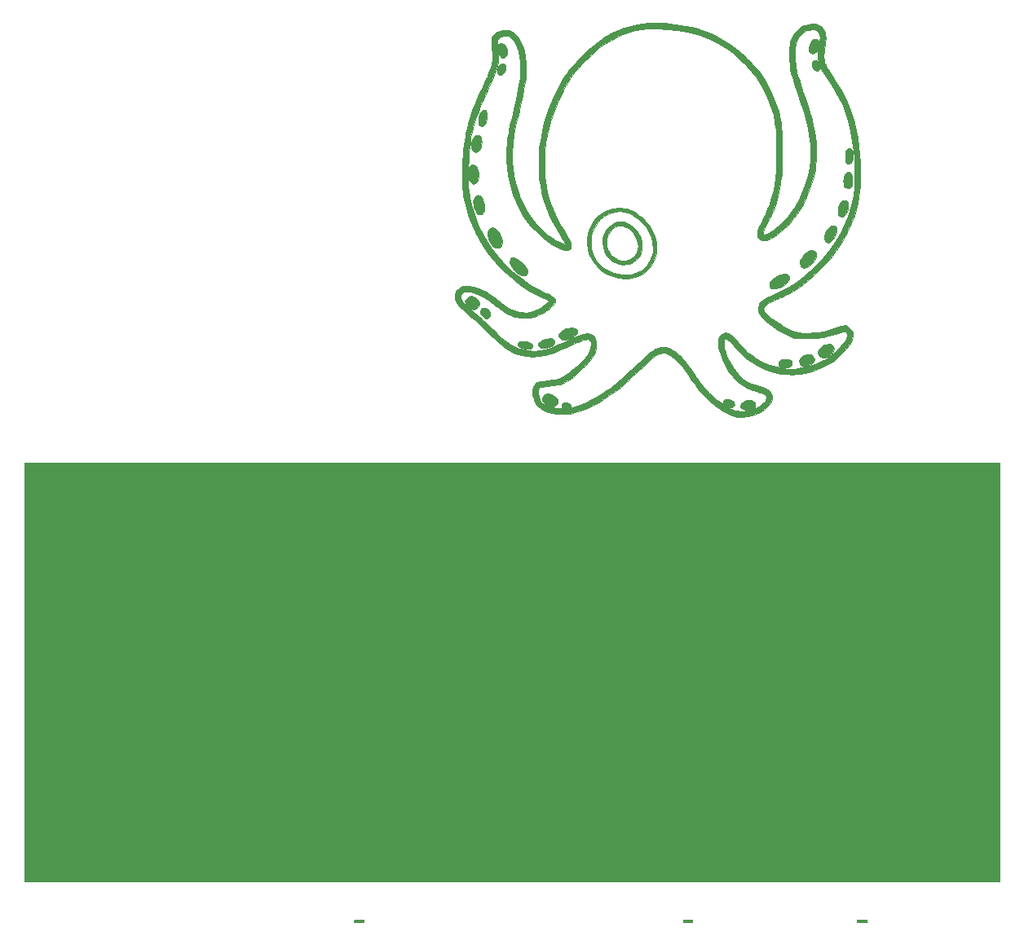
<source format=gbr>
G04 #@! TF.GenerationSoftware,KiCad,Pcbnew,(5.1.5-0-10_14)*
G04 #@! TF.CreationDate,2020-02-09T18:22:42-08:00*
G04 #@! TF.ProjectId,badge-proto,62616467-652d-4707-926f-746f2e6b6963,rev?*
G04 #@! TF.SameCoordinates,Original*
G04 #@! TF.FileFunction,Legend,Top*
G04 #@! TF.FilePolarity,Positive*
%FSLAX46Y46*%
G04 Gerber Fmt 4.6, Leading zero omitted, Abs format (unit mm)*
G04 Created by KiCad (PCBNEW (5.1.5-0-10_14)) date 2020-02-09 18:22:42*
%MOMM*%
%LPD*%
G04 APERTURE LIST*
%ADD10C,0.010000*%
%ADD11C,0.150000*%
G04 APERTURE END LIST*
D10*
G36*
X-15409333Y-45127333D02*
G01*
X-15897495Y-45127333D01*
X-16117669Y-45125141D01*
X-16266248Y-45117533D01*
X-16356215Y-45102960D01*
X-16400554Y-45079873D01*
X-16409075Y-45066306D01*
X-16421958Y-44972307D01*
X-16417819Y-44928723D01*
X-16402915Y-44895597D01*
X-16363635Y-44872791D01*
X-16285635Y-44857823D01*
X-16154571Y-44848213D01*
X-15956099Y-44841479D01*
X-15906239Y-44840240D01*
X-15409333Y-44828313D01*
X-15409333Y-45127333D01*
G37*
X-15409333Y-45127333D02*
X-15897495Y-45127333D01*
X-16117669Y-45125141D01*
X-16266248Y-45117533D01*
X-16356215Y-45102960D01*
X-16400554Y-45079873D01*
X-16409075Y-45066306D01*
X-16421958Y-44972307D01*
X-16417819Y-44928723D01*
X-16402915Y-44895597D01*
X-16363635Y-44872791D01*
X-16285635Y-44857823D01*
X-16154571Y-44848213D01*
X-15956099Y-44841479D01*
X-15906239Y-44840240D01*
X-15409333Y-44828313D01*
X-15409333Y-45127333D01*
G36*
X18753667Y-45127333D02*
G01*
X18265505Y-45127333D01*
X18045331Y-45125141D01*
X17896752Y-45117533D01*
X17806785Y-45102960D01*
X17762446Y-45079873D01*
X17753925Y-45066306D01*
X17741042Y-44972307D01*
X17745181Y-44928723D01*
X17760085Y-44895597D01*
X17799365Y-44872791D01*
X17877365Y-44857823D01*
X18008429Y-44848213D01*
X18206901Y-44841479D01*
X18256761Y-44840240D01*
X18753667Y-44828313D01*
X18753667Y-45127333D01*
G37*
X18753667Y-45127333D02*
X18265505Y-45127333D01*
X18045331Y-45125141D01*
X17896752Y-45117533D01*
X17806785Y-45102960D01*
X17762446Y-45079873D01*
X17753925Y-45066306D01*
X17741042Y-44972307D01*
X17745181Y-44928723D01*
X17760085Y-44895597D01*
X17799365Y-44872791D01*
X17877365Y-44857823D01*
X18008429Y-44848213D01*
X18206901Y-44841479D01*
X18256761Y-44840240D01*
X18753667Y-44828313D01*
X18753667Y-45127333D01*
G36*
X36353750Y-44840240D02*
G01*
X36851167Y-44852167D01*
X36864432Y-44989750D01*
X36877698Y-45127333D01*
X35856334Y-45127333D01*
X35856334Y-44828313D01*
X36353750Y-44840240D01*
G37*
X36353750Y-44840240D02*
X36851167Y-44852167D01*
X36864432Y-44989750D01*
X36877698Y-45127333D01*
X35856334Y-45127333D01*
X35856334Y-44828313D01*
X36353750Y-44840240D01*
G36*
X50673000Y-40894000D02*
G01*
X-50630666Y-40894000D01*
X-50630666Y2624667D01*
X50673000Y2624667D01*
X50673000Y-40894000D01*
G37*
X50673000Y-40894000D02*
X-50630666Y-40894000D01*
X-50630666Y2624667D01*
X50673000Y2624667D01*
X50673000Y-40894000D01*
G36*
X15875000Y48347632D02*
G01*
X16972851Y48242245D01*
X18018380Y48072115D01*
X19015406Y47835871D01*
X19967750Y47532145D01*
X20879233Y47159569D01*
X21753674Y46716773D01*
X22594894Y46202388D01*
X23325667Y45677933D01*
X23549588Y45493911D01*
X23813640Y45257973D01*
X24104385Y44983768D01*
X24408385Y44684946D01*
X24712202Y44375157D01*
X25002397Y44068048D01*
X25265533Y43777270D01*
X25488172Y43516472D01*
X25625880Y43341560D01*
X26153122Y42575043D01*
X26625253Y41764945D01*
X27037239Y40923023D01*
X27384050Y40061035D01*
X27660655Y39190738D01*
X27862021Y38323888D01*
X27920551Y37979579D01*
X27952190Y37718071D01*
X27979942Y37384372D01*
X28003667Y36990873D01*
X28023222Y36549966D01*
X28038466Y36074042D01*
X28049258Y35575495D01*
X28055457Y35066715D01*
X28056920Y34560094D01*
X28053508Y34068025D01*
X28045077Y33602900D01*
X28031488Y33177109D01*
X28012597Y32803046D01*
X27988265Y32493102D01*
X27983666Y32448500D01*
X27866271Y31569413D01*
X27706648Y30746701D01*
X27498920Y29960274D01*
X27237210Y29190042D01*
X26915642Y28415915D01*
X26627797Y27813000D01*
X26435660Y27425099D01*
X26283639Y27105547D01*
X26169938Y26849127D01*
X26092763Y26650622D01*
X26050319Y26504815D01*
X26040811Y26406489D01*
X26062444Y26350427D01*
X26113424Y26331412D01*
X26118079Y26331333D01*
X26257912Y26356314D01*
X26448287Y26426364D01*
X26673247Y26534148D01*
X26916835Y26672328D01*
X27065607Y26766985D01*
X27305402Y26943757D01*
X27578370Y27174430D01*
X27868975Y27443652D01*
X28161679Y27736073D01*
X28440944Y28036342D01*
X28691232Y28329110D01*
X28839543Y28519569D01*
X29341747Y29257111D01*
X29786406Y30034274D01*
X30168804Y30839750D01*
X30484226Y31662232D01*
X30727954Y32490415D01*
X30895274Y33312990D01*
X30925028Y33519585D01*
X30956023Y33834675D01*
X30976133Y34210978D01*
X30985383Y34625745D01*
X30983803Y35056229D01*
X30971419Y35479682D01*
X30948258Y35873355D01*
X30921861Y36152667D01*
X30833402Y36797803D01*
X30715190Y37449828D01*
X30564004Y38122003D01*
X30376619Y38827592D01*
X30149813Y39579858D01*
X29918753Y40280167D01*
X29726917Y40842218D01*
X29560460Y41331413D01*
X29417437Y41755030D01*
X29295904Y42120349D01*
X29193917Y42434650D01*
X29109530Y42705213D01*
X29040800Y42939316D01*
X28985782Y43144240D01*
X28942531Y43327264D01*
X28909104Y43495668D01*
X28883555Y43656731D01*
X28863941Y43817733D01*
X28848316Y43985954D01*
X28834736Y44168673D01*
X28821257Y44373170D01*
X28819913Y44393967D01*
X28798389Y44868266D01*
X28795824Y45316760D01*
X28811518Y45727579D01*
X28844770Y46088854D01*
X28894877Y46388715D01*
X28949292Y46583929D01*
X29100624Y46925938D01*
X29299931Y47255545D01*
X29533460Y47555379D01*
X29787456Y47808066D01*
X30048168Y47996234D01*
X30082599Y48015462D01*
X30407118Y48148570D01*
X30785415Y48231097D01*
X31194755Y48259374D01*
X31460540Y48251174D01*
X31666028Y48219988D01*
X31834303Y48157550D01*
X31988446Y48055590D01*
X32134699Y47922677D01*
X32333955Y47681998D01*
X32472322Y47411907D01*
X32551123Y47104959D01*
X32571677Y46753707D01*
X32535306Y46350704D01*
X32472860Y46016333D01*
X32422666Y45728621D01*
X32389007Y45410273D01*
X32372588Y45084965D01*
X32374117Y44776375D01*
X32394299Y44508180D01*
X32422977Y44344167D01*
X32457530Y44231467D01*
X32512761Y44098290D01*
X32592812Y43937429D01*
X32701822Y43741676D01*
X32843931Y43503822D01*
X33023280Y43216660D01*
X33244008Y42872982D01*
X33444205Y42566167D01*
X33804109Y42007823D01*
X34115882Y41501114D01*
X34385649Y41032674D01*
X34619532Y40589139D01*
X34823656Y40157144D01*
X35004143Y39723324D01*
X35167119Y39274314D01*
X35318706Y38796749D01*
X35465028Y38277265D01*
X35538951Y37994413D01*
X35715424Y37229724D01*
X35865362Y36426015D01*
X35987950Y35596403D01*
X36082368Y34754002D01*
X36147799Y33911929D01*
X36183427Y33083298D01*
X36188432Y32281225D01*
X36161999Y31518826D01*
X36103309Y30809215D01*
X36022897Y30230430D01*
X35813015Y29249636D01*
X35522428Y28282097D01*
X35154675Y27332592D01*
X34713292Y26405902D01*
X34201818Y25506805D01*
X33623790Y24640081D01*
X32982744Y23810508D01*
X32282218Y23022867D01*
X31525751Y22281936D01*
X30716878Y21592496D01*
X29859138Y20959325D01*
X28956067Y20387202D01*
X28580689Y20175290D01*
X28397262Y20079063D01*
X28161021Y19960693D01*
X27896604Y19832230D01*
X27628649Y19705728D01*
X27495500Y19644452D01*
X27099578Y19459908D01*
X26778217Y19298960D01*
X26526335Y19156478D01*
X26338848Y19027335D01*
X26210672Y18906404D01*
X26136723Y18788556D01*
X26111919Y18668663D01*
X26131174Y18541598D01*
X26189407Y18402232D01*
X26215789Y18353588D01*
X26315063Y18222520D01*
X26478750Y18058842D01*
X26696557Y17869785D01*
X26958193Y17662583D01*
X27253364Y17444470D01*
X27571779Y17222678D01*
X27903146Y17004441D01*
X28237171Y16796992D01*
X28563563Y16607564D01*
X28872029Y16443390D01*
X29068184Y16349005D01*
X29377414Y16242121D01*
X29760382Y16170178D01*
X30217932Y16133113D01*
X30750910Y16130863D01*
X31360161Y16163364D01*
X31453667Y16170857D01*
X31631715Y16187391D01*
X31797851Y16207562D01*
X31963614Y16234128D01*
X32140548Y16269846D01*
X32340191Y16317473D01*
X32574087Y16379767D01*
X32853775Y16459483D01*
X33190798Y16559380D01*
X33596695Y16682215D01*
X33605911Y16685021D01*
X33918917Y16779658D01*
X34161517Y16850984D01*
X34343996Y16901332D01*
X34476638Y16933032D01*
X34569728Y16948414D01*
X34633550Y16949811D01*
X34678389Y16939554D01*
X34694932Y16931854D01*
X34829238Y16841483D01*
X34985230Y16709293D01*
X35140054Y16557673D01*
X35270854Y16409013D01*
X35354778Y16285701D01*
X35355046Y16285176D01*
X35420975Y16063636D01*
X35413105Y15805506D01*
X35332673Y15513414D01*
X35180918Y15189985D01*
X34959078Y14837845D01*
X34668390Y14459619D01*
X34310094Y14057935D01*
X34299833Y14047144D01*
X33875455Y13634502D01*
X33435638Y13275646D01*
X32966435Y12962102D01*
X32453901Y12685393D01*
X31884088Y12437046D01*
X31310895Y12230824D01*
X30819023Y12079587D01*
X30372663Y11969043D01*
X29945728Y11894705D01*
X29512127Y11852082D01*
X29045772Y11836686D01*
X29019500Y11836544D01*
X28714745Y11839231D01*
X28429466Y11849164D01*
X28184468Y11865279D01*
X28000554Y11886512D01*
X27982334Y11889572D01*
X27165290Y12072135D01*
X26392351Y12324409D01*
X25660552Y12648149D01*
X24966927Y13045110D01*
X24308513Y13517048D01*
X23682343Y14065719D01*
X23085452Y14692877D01*
X22919505Y14887171D01*
X22765542Y15067215D01*
X22617189Y15232771D01*
X22488941Y15368191D01*
X22395292Y15457830D01*
X22377046Y15472745D01*
X22236296Y15550865D01*
X22124209Y15550862D01*
X22042377Y15474838D01*
X21992395Y15324894D01*
X21975856Y15103130D01*
X21981589Y14951342D01*
X22034866Y14597857D01*
X22144591Y14203144D01*
X22303083Y13781260D01*
X22502664Y13346261D01*
X22735656Y12912204D01*
X22994378Y12493144D01*
X23271153Y12103138D01*
X23558300Y11756242D01*
X23848142Y11466513D01*
X23918334Y11406146D01*
X24108079Y11260213D01*
X24309667Y11131335D01*
X24536496Y11013428D01*
X24801962Y10900412D01*
X25119462Y10786204D01*
X25502393Y10664721D01*
X25645767Y10621891D01*
X25995858Y10512037D01*
X26273283Y10408078D01*
X26489057Y10303038D01*
X26654196Y10189943D01*
X26779716Y10061816D01*
X26876632Y9911680D01*
X26923715Y9812613D01*
X26994800Y9546812D01*
X26986854Y9274562D01*
X26904709Y9001081D01*
X26753191Y8731584D01*
X26537133Y8471291D01*
X26261361Y8225417D01*
X25930706Y7999180D01*
X25549997Y7797799D01*
X25124063Y7626489D01*
X24810603Y7529712D01*
X24570471Y7479844D01*
X24283362Y7444593D01*
X23974327Y7424797D01*
X23668414Y7421292D01*
X23390675Y7434918D01*
X23166158Y7466510D01*
X23135167Y7473707D01*
X22909196Y7546946D01*
X22634963Y7662458D01*
X22331286Y7810853D01*
X22016983Y7982744D01*
X21710871Y8168741D01*
X21611167Y8234085D01*
X20973740Y8689087D01*
X20404017Y9159112D01*
X19885052Y9660777D01*
X19399897Y10210702D01*
X18931606Y10825506D01*
X18848617Y10943167D01*
X18659366Y11214341D01*
X18459476Y11500653D01*
X18263122Y11781807D01*
X18084481Y12037506D01*
X17937728Y12247451D01*
X17917296Y12276667D01*
X17675439Y12602468D01*
X17414682Y12918387D01*
X17146070Y13213272D01*
X16880647Y13475974D01*
X16629458Y13695342D01*
X16403548Y13860224D01*
X16278057Y13931651D01*
X16097507Y14012447D01*
X15951547Y14056122D01*
X15803938Y14071949D01*
X15727724Y14072461D01*
X15565473Y14063048D01*
X15410234Y14035971D01*
X15254604Y13986298D01*
X15091182Y13909095D01*
X14912565Y13799428D01*
X14711353Y13652364D01*
X14480143Y13462969D01*
X14211533Y13226309D01*
X13898123Y12937452D01*
X13594605Y12650659D01*
X13204141Y12279490D01*
X12866671Y11960200D01*
X12574444Y11685688D01*
X12319708Y11448856D01*
X12094713Y11242602D01*
X11891706Y11059828D01*
X11702938Y10893433D01*
X11520656Y10736317D01*
X11337108Y10581381D01*
X11318393Y10565740D01*
X10726430Y10094514D01*
X10115527Y9651862D01*
X9494695Y9242633D01*
X8872943Y8871674D01*
X8259281Y8543833D01*
X7662720Y8263957D01*
X7092268Y8036894D01*
X6556937Y7867492D01*
X6122205Y7769992D01*
X5662342Y7717674D01*
X5162965Y7709021D01*
X4653504Y7742188D01*
X4163387Y7815332D01*
X3746500Y7918923D01*
X3304738Y8090056D01*
X2933632Y8307708D01*
X2633398Y8571562D01*
X2404252Y8881301D01*
X2246408Y9236609D01*
X2160082Y9637168D01*
X2145490Y10082661D01*
X2157921Y10254808D01*
X2192367Y10481135D01*
X2252481Y10666839D01*
X2346355Y10816892D01*
X2482082Y10936269D01*
X2667756Y11029944D01*
X2911471Y11102889D01*
X3221319Y11160080D01*
X3605395Y11206488D01*
X3725334Y11218043D01*
X4128447Y11260905D01*
X4459564Y11309367D01*
X4731305Y11366051D01*
X4956288Y11433581D01*
X5143500Y11512776D01*
X5322110Y11616157D01*
X5547683Y11769918D01*
X5808130Y11963764D01*
X6091362Y12187400D01*
X6385291Y12430532D01*
X6677828Y12682864D01*
X6956884Y12934102D01*
X7210371Y13173952D01*
X7426200Y13392118D01*
X7592282Y13578305D01*
X7640129Y13638921D01*
X7849514Y13952105D01*
X8013331Y14269144D01*
X8126812Y14576497D01*
X8185192Y14860621D01*
X8183705Y15107972D01*
X8174548Y15157552D01*
X8136321Y15287333D01*
X8082515Y15387118D01*
X8007062Y15455987D01*
X7903893Y15493017D01*
X7766940Y15497289D01*
X7590135Y15467882D01*
X7367409Y15403874D01*
X7092693Y15304344D01*
X6759921Y15168371D01*
X6363022Y14995035D01*
X5988573Y14825795D01*
X5479882Y14595542D01*
X5037393Y14400276D01*
X4651730Y14236825D01*
X4313514Y14102014D01*
X4013371Y13992668D01*
X3741924Y13905613D01*
X3489795Y13837675D01*
X3247609Y13785679D01*
X3005989Y13746452D01*
X2755559Y13716819D01*
X2695645Y13711019D01*
X2114596Y13692338D01*
X1520699Y13739868D01*
X931863Y13849684D01*
X365996Y14017861D01*
X-158994Y14240474D01*
X-450172Y14400508D01*
X-619410Y14515343D01*
X-838973Y14685493D01*
X-1110176Y14912104D01*
X-1434334Y15196321D01*
X-1812762Y15539292D01*
X-2246774Y15942161D01*
X-2584860Y16260898D01*
X-2968737Y16624014D01*
X-3300711Y16936174D01*
X-3589621Y17205399D01*
X-3844305Y17439713D01*
X-4073604Y17647139D01*
X-4286356Y17835701D01*
X-4491401Y18013422D01*
X-4697579Y18188324D01*
X-4832855Y18301364D01*
X-5119906Y18547633D01*
X-5345401Y18759809D01*
X-5519343Y18949046D01*
X-5651738Y19126497D01*
X-5752591Y19303317D01*
X-5775848Y19352700D01*
X-5882980Y19665088D01*
X-5901384Y19848495D01*
X-5324957Y19848495D01*
X-5253972Y19618733D01*
X-5199872Y19513554D01*
X-5130275Y19408752D01*
X-5036657Y19295493D01*
X-4910492Y19164942D01*
X-4743253Y19008265D01*
X-4526415Y18816630D01*
X-4257917Y18586685D01*
X-4050286Y18409591D01*
X-3854144Y18239998D01*
X-3660931Y18070083D01*
X-3462087Y17892020D01*
X-3249053Y17697987D01*
X-3013269Y17480157D01*
X-2746174Y17230707D01*
X-2439210Y16941812D01*
X-2083816Y16605648D01*
X-1899320Y16430713D01*
X-1494185Y16049905D01*
X-1141736Y15726550D01*
X-836809Y15456279D01*
X-574240Y15234726D01*
X-348865Y15057523D01*
X-155520Y14920302D01*
X-1230Y14825470D01*
X371852Y14647968D01*
X801107Y14496836D01*
X1260387Y14378643D01*
X1723546Y14299958D01*
X2164439Y14267347D01*
X2222500Y14266833D01*
X2472518Y14278093D01*
X2769991Y14308668D01*
X3081216Y14353747D01*
X3372490Y14408519D01*
X3588800Y14461856D01*
X3750675Y14515564D01*
X3976108Y14600137D01*
X4252154Y14710169D01*
X4565868Y14840250D01*
X4904306Y14984974D01*
X5254521Y15138933D01*
X5603571Y15296719D01*
X5757334Y15367772D01*
X6190557Y15566406D01*
X6558258Y15727749D01*
X6869331Y15854888D01*
X7132670Y15950909D01*
X7357171Y16018902D01*
X7551729Y16061951D01*
X7725237Y16083146D01*
X7828554Y16086667D01*
X8113935Y16052292D01*
X8349122Y15950297D01*
X8532538Y15782381D01*
X8662609Y15550240D01*
X8737758Y15255571D01*
X8753986Y15090122D01*
X8755285Y14793856D01*
X8720123Y14523100D01*
X8642311Y14251218D01*
X8515659Y13951572D01*
X8465558Y13848971D01*
X8321716Y13595081D01*
X8138940Y13334053D01*
X7910894Y13058876D01*
X7631242Y12762537D01*
X7293648Y12438023D01*
X6891778Y12078321D01*
X6773334Y11975895D01*
X6398429Y11661484D01*
X6067524Y11403565D01*
X5767792Y11195864D01*
X5486411Y11032105D01*
X5210554Y10906015D01*
X4927399Y10811320D01*
X4624121Y10741744D01*
X4287894Y10691014D01*
X4106334Y10671045D01*
X3730433Y10631833D01*
X3431665Y10596546D01*
X3202644Y10564071D01*
X3035986Y10533298D01*
X2924306Y10503116D01*
X2885776Y10487417D01*
X2799370Y10418175D01*
X2745518Y10303647D01*
X2721443Y10132516D01*
X2724368Y9893460D01*
X2727537Y9842500D01*
X2783410Y9488067D01*
X2901323Y9189181D01*
X3085092Y8939922D01*
X3338533Y8734368D01*
X3501397Y8641634D01*
X3629423Y8580926D01*
X3699848Y8555543D01*
X3707031Y8565086D01*
X3645331Y8609156D01*
X3581191Y8647280D01*
X3379700Y8796737D01*
X3236909Y8974393D01*
X3159076Y9166703D01*
X3152456Y9360124D01*
X3192933Y9487671D01*
X3305325Y9651516D01*
X3460763Y9755513D01*
X3672999Y9807932D01*
X3735274Y9813856D01*
X3882577Y9818061D01*
X4004485Y9800365D01*
X4137068Y9752628D01*
X4257494Y9696018D01*
X4498858Y9544597D01*
X4661970Y9367278D01*
X4745317Y9165969D01*
X4756426Y9066981D01*
X4723122Y8876548D01*
X4620138Y8718457D01*
X4458904Y8600775D01*
X4250853Y8531570D01*
X4007415Y8518909D01*
X3982692Y8520957D01*
X3746500Y8543267D01*
X3915834Y8482258D01*
X4092936Y8430966D01*
X4322969Y8381549D01*
X4574266Y8339291D01*
X4815158Y8309474D01*
X5013978Y8297380D01*
X5024446Y8297333D01*
X5155313Y8298824D01*
X5216455Y8309018D01*
X5222815Y8336498D01*
X5189335Y8389848D01*
X5188234Y8391420D01*
X5127111Y8540694D01*
X5138495Y8688017D01*
X5211901Y8814677D01*
X5336843Y8901965D01*
X5490826Y8931404D01*
X5681174Y8905896D01*
X5856835Y8839337D01*
X6001266Y8743336D01*
X6097924Y8629500D01*
X6130267Y8509439D01*
X6127374Y8484704D01*
X6119039Y8412730D01*
X6146095Y8386524D01*
X6229675Y8392680D01*
X6263972Y8398039D01*
X6547300Y8463575D01*
X6886861Y8576330D01*
X7272257Y8731288D01*
X7693087Y8923436D01*
X8138951Y9147758D01*
X8599449Y9399241D01*
X9064180Y9672869D01*
X9522744Y9963628D01*
X9554605Y9984666D01*
X9843550Y10179827D01*
X10120502Y10375696D01*
X10393415Y10578976D01*
X10670247Y10796371D01*
X10958953Y11034586D01*
X11267490Y11300325D01*
X11603813Y11600293D01*
X11975878Y11941193D01*
X12391643Y12329730D01*
X12827741Y12742788D01*
X13207692Y13102826D01*
X13533613Y13407867D01*
X13811264Y13662859D01*
X14046404Y13872752D01*
X14244792Y14042494D01*
X14412189Y14177035D01*
X14554354Y14281324D01*
X14677047Y14360310D01*
X14768141Y14410158D01*
X15155740Y14569186D01*
X15530635Y14649769D01*
X15897235Y14651020D01*
X16259946Y14572049D01*
X16623176Y14411968D01*
X16991333Y14169889D01*
X17313458Y13897106D01*
X17511885Y13703262D01*
X17712935Y13486421D01*
X17923818Y13237554D01*
X18151743Y12947631D01*
X18403917Y12607620D01*
X18687549Y12208494D01*
X18860488Y11959167D01*
X19129397Y11570650D01*
X19359024Y11243774D01*
X19556518Y10969378D01*
X19729029Y10738304D01*
X19883707Y10541392D01*
X20027701Y10369483D01*
X20168161Y10213418D01*
X20312236Y10064037D01*
X20431721Y9946271D01*
X20803904Y9603619D01*
X21196397Y9274579D01*
X21597418Y8967232D01*
X21995186Y8689659D01*
X22377922Y8449942D01*
X22733844Y8256161D01*
X23051171Y8116397D01*
X23148903Y8082387D01*
X23397758Y8028698D01*
X23699674Y8004135D01*
X24028245Y8008605D01*
X24357066Y8042017D01*
X24593823Y8087410D01*
X24958070Y8196545D01*
X25311364Y8343130D01*
X25638532Y8518185D01*
X25924395Y8712731D01*
X26153779Y8917790D01*
X26292122Y9092240D01*
X26390642Y9299034D01*
X26408407Y9482368D01*
X26345517Y9643889D01*
X26327596Y9668304D01*
X26266100Y9736974D01*
X26191799Y9795637D01*
X26091451Y9850219D01*
X25951817Y9906647D01*
X25759655Y9970848D01*
X25501725Y10048748D01*
X25432359Y10069036D01*
X24971516Y10211476D01*
X24580736Y10352294D01*
X24245936Y10499218D01*
X23953030Y10659975D01*
X23687933Y10842295D01*
X23436560Y11053906D01*
X23185384Y11301950D01*
X22858940Y11675922D01*
X22554344Y12085042D01*
X22275776Y12519273D01*
X22027415Y12968581D01*
X21813441Y13422928D01*
X21638033Y13872280D01*
X21505371Y14306601D01*
X21419635Y14715854D01*
X21385002Y15090003D01*
X21405654Y15419014D01*
X21427230Y15523694D01*
X21512418Y15719432D01*
X21654940Y15903229D01*
X21831335Y16050189D01*
X21998667Y16130087D01*
X22204490Y16160479D01*
X22410096Y16125796D01*
X22621934Y16022577D01*
X22846451Y15847364D01*
X23090099Y15596694D01*
X23173312Y15499795D01*
X23603816Y15003582D01*
X24010076Y14574575D01*
X24403645Y14203255D01*
X24796076Y13880101D01*
X25198922Y13595594D01*
X25623736Y13340213D01*
X26077334Y13106705D01*
X26736284Y12828612D01*
X27405681Y12618691D01*
X28075078Y12478900D01*
X28734028Y12411194D01*
X29372084Y12417532D01*
X29625709Y12442047D01*
X30121846Y12524404D01*
X30643331Y12649069D01*
X31171750Y12809322D01*
X31688692Y12998442D01*
X32175744Y13209709D01*
X32614493Y13436401D01*
X32977667Y13665494D01*
X33261539Y13886625D01*
X33559113Y14153338D01*
X33855788Y14449705D01*
X34136964Y14759795D01*
X34388040Y15067680D01*
X34594415Y15357431D01*
X34715331Y15561297D01*
X34805387Y15760332D01*
X34834813Y15916916D01*
X34800455Y16050763D01*
X34699162Y16181589D01*
X34602128Y16269192D01*
X34569990Y16292658D01*
X34532418Y16306415D01*
X34478505Y16308289D01*
X34397342Y16296109D01*
X34278022Y16267700D01*
X34109637Y16220891D01*
X33881280Y16153507D01*
X33607294Y16071006D01*
X33195037Y15947018D01*
X32849844Y15845680D01*
X32557866Y15764709D01*
X32305254Y15701822D01*
X32078161Y15654736D01*
X31862738Y15621168D01*
X31645136Y15598836D01*
X31411507Y15585455D01*
X31148001Y15578743D01*
X30840772Y15576418D01*
X30605673Y15576177D01*
X30227232Y15578047D01*
X29923476Y15583978D01*
X29684502Y15594451D01*
X29500404Y15609946D01*
X29361278Y15630943D01*
X29327799Y15638161D01*
X29068256Y15717545D01*
X28768723Y15841078D01*
X28438985Y16002029D01*
X28088827Y16193666D01*
X27728034Y16409260D01*
X27366391Y16642078D01*
X27013683Y16885392D01*
X26679695Y17132469D01*
X26374213Y17376580D01*
X26107020Y17610993D01*
X25887903Y17828977D01*
X25726646Y18023803D01*
X25638066Y18176172D01*
X25551214Y18480436D01*
X25547010Y18773852D01*
X25624287Y19050463D01*
X25781880Y19304313D01*
X25879895Y19410707D01*
X25935434Y19464041D01*
X25988704Y19511682D01*
X26047268Y19557743D01*
X26118690Y19606339D01*
X26210531Y19661582D01*
X26330356Y19727589D01*
X26485727Y19808471D01*
X26684207Y19908343D01*
X26933359Y20031319D01*
X27240747Y20181513D01*
X27613932Y20363038D01*
X27770667Y20439194D01*
X28635402Y20893098D01*
X29440846Y21388109D01*
X30202529Y21935323D01*
X30935982Y22545831D01*
X31602787Y23176547D01*
X32341106Y23969774D01*
X33009883Y24802047D01*
X33607157Y25669568D01*
X34130968Y26568537D01*
X34579355Y27495153D01*
X34950357Y28445618D01*
X35242015Y29416132D01*
X35452368Y30402895D01*
X35504643Y30738754D01*
X35528629Y30963902D01*
X35548190Y31258547D01*
X35563243Y31607632D01*
X35573708Y31996099D01*
X35579503Y32408891D01*
X35580547Y32830951D01*
X35576759Y33247219D01*
X35568058Y33642640D01*
X35554363Y34002155D01*
X35535593Y34310707D01*
X35524573Y34438167D01*
X35394903Y35552903D01*
X35231193Y36593028D01*
X35033595Y37557886D01*
X34802259Y38446822D01*
X34537336Y39259182D01*
X34258952Y39949850D01*
X34120636Y40247094D01*
X33968485Y40547634D01*
X33795872Y40862940D01*
X33596168Y41204480D01*
X33362747Y41583724D01*
X33088981Y42012140D01*
X32900636Y42300551D01*
X32726573Y42567142D01*
X32561533Y42823260D01*
X32413285Y43056589D01*
X32289599Y43254810D01*
X32198246Y43405606D01*
X32151006Y43488848D01*
X32027789Y43724188D01*
X31940739Y43568511D01*
X31870645Y43464906D01*
X31791239Y43416573D01*
X31683133Y43400221D01*
X31498991Y43424618D01*
X31346643Y43520394D01*
X31234180Y43677647D01*
X31169692Y43886475D01*
X31157334Y44043718D01*
X31178641Y44264677D01*
X31243706Y44416304D01*
X31345076Y44498780D01*
X31478771Y44517615D01*
X31624450Y44474441D01*
X31750934Y44380085D01*
X31776529Y44348916D01*
X31819144Y44294992D01*
X31830130Y44304609D01*
X31815854Y44386839D01*
X31812985Y44400852D01*
X31801716Y44498117D01*
X31792633Y44657707D01*
X31786678Y44857292D01*
X31784785Y45069319D01*
X31785619Y45596435D01*
X31666912Y45432565D01*
X31521781Y45283776D01*
X31357390Y45197664D01*
X31190034Y45175941D01*
X31036006Y45220317D01*
X30911602Y45332503D01*
X30898629Y45351881D01*
X30850234Y45448183D01*
X30828315Y45556942D01*
X30827834Y45709058D01*
X30831038Y45766519D01*
X30870093Y46013909D01*
X30948055Y46231030D01*
X31055798Y46412529D01*
X31184199Y46553056D01*
X31324133Y46647258D01*
X31466475Y46689784D01*
X31602099Y46675283D01*
X31721883Y46598402D01*
X31816700Y46453790D01*
X31849232Y46363694D01*
X31907590Y46164500D01*
X31959568Y46471109D01*
X31986904Y46815285D01*
X31944682Y47113130D01*
X31833197Y47363573D01*
X31659512Y47559902D01*
X31591493Y47613150D01*
X31527170Y47645904D01*
X31445041Y47662148D01*
X31323603Y47665862D01*
X31141351Y47661028D01*
X31117906Y47660190D01*
X30899733Y47647733D01*
X30736099Y47624810D01*
X30597001Y47585480D01*
X30469165Y47531689D01*
X30190342Y47357153D01*
X29940052Y47113853D01*
X29727121Y46815370D01*
X29560376Y46475280D01*
X29448642Y46107163D01*
X29415373Y45910500D01*
X29397255Y45685213D01*
X29388436Y45397616D01*
X29388274Y45069479D01*
X29396123Y44722573D01*
X29411340Y44378669D01*
X29433281Y44059537D01*
X29461302Y43786947D01*
X29482359Y43645667D01*
X29523514Y43438158D01*
X29577649Y43211932D01*
X29647729Y42957320D01*
X29736718Y42664649D01*
X29847581Y42324248D01*
X29983280Y41926447D01*
X30146781Y41461575D01*
X30182542Y41361202D01*
X30474384Y40520988D01*
X30726658Y39744573D01*
X30941793Y39022237D01*
X31122220Y38344264D01*
X31270367Y37700936D01*
X31388664Y37082533D01*
X31479542Y36479340D01*
X31541297Y35926530D01*
X31562486Y35613347D01*
X31573740Y35249861D01*
X31575600Y34855076D01*
X31568611Y34447998D01*
X31553313Y34047629D01*
X31530251Y33672973D01*
X31499967Y33343036D01*
X31463003Y33076821D01*
X31459344Y33056511D01*
X31239040Y32094599D01*
X30937927Y31153742D01*
X30558403Y30239360D01*
X30102870Y29356873D01*
X29573728Y28511700D01*
X29243529Y28053256D01*
X29062170Y27829911D01*
X28834870Y27575054D01*
X28578268Y27305292D01*
X28309005Y27037233D01*
X28043721Y26787483D01*
X27799054Y26572651D01*
X27609203Y26422123D01*
X27283096Y26202170D01*
X26954774Y26017237D01*
X26641863Y25875996D01*
X26361990Y25787118D01*
X26288048Y25772124D01*
X26128807Y25748973D01*
X26016159Y25748126D01*
X25914244Y25772662D01*
X25816321Y25812645D01*
X25633473Y25922717D01*
X25518550Y26068723D01*
X25459641Y26267555D01*
X25452114Y26329107D01*
X25447481Y26429361D01*
X25455424Y26533686D01*
X25479450Y26651848D01*
X25523071Y26793616D01*
X25589795Y26968757D01*
X25683131Y27187040D01*
X25806589Y27458231D01*
X25963678Y27792099D01*
X26020929Y27912316D01*
X26156926Y28200339D01*
X26291319Y28490463D01*
X26416114Y28765021D01*
X26523315Y29006343D01*
X26604926Y29196763D01*
X26630100Y29258440D01*
X26877769Y29948543D01*
X27079871Y30665153D01*
X27239152Y31421162D01*
X27358357Y32229462D01*
X27435789Y33041167D01*
X27447640Y33262807D01*
X27456357Y33552521D01*
X27462078Y33897333D01*
X27464941Y34284264D01*
X27465082Y34700339D01*
X27462639Y35132581D01*
X27457750Y35568012D01*
X27450552Y35993657D01*
X27441182Y36396537D01*
X27429777Y36763676D01*
X27416476Y37082097D01*
X27401416Y37338824D01*
X27388721Y37486167D01*
X27292672Y38124423D01*
X27139761Y38800381D01*
X26936540Y39495643D01*
X26689560Y40191812D01*
X26405372Y40870489D01*
X26090528Y41513276D01*
X25751579Y42101775D01*
X25736776Y42125248D01*
X25277727Y42790614D01*
X24752233Y43446825D01*
X24173899Y44080343D01*
X23556331Y44677631D01*
X22913133Y45225151D01*
X22257912Y45709365D01*
X21902085Y45940864D01*
X21051118Y46417573D01*
X20155091Y46823719D01*
X19216865Y47158540D01*
X18239304Y47421271D01*
X17225269Y47611148D01*
X16177622Y47727408D01*
X15099227Y47769287D01*
X15049500Y47769411D01*
X14611205Y47766831D01*
X14238044Y47757077D01*
X13910664Y47738454D01*
X13609710Y47709272D01*
X13315828Y47667836D01*
X13009664Y47612454D01*
X12827000Y47575006D01*
X12054142Y47368649D01*
X11286048Y47078208D01*
X10523494Y46704172D01*
X9767258Y46247030D01*
X9018115Y45707270D01*
X8276841Y45085382D01*
X7544213Y44381854D01*
X7225973Y44047833D01*
X6866514Y43652283D01*
X6558714Y43292762D01*
X6289470Y42950766D01*
X6045678Y42607789D01*
X5814232Y42245327D01*
X5582030Y41844874D01*
X5335966Y41387925D01*
X5317853Y41353285D01*
X4800926Y40289883D01*
X4363755Y39230080D01*
X4002713Y38162796D01*
X3714171Y37076949D01*
X3494503Y35961456D01*
X3442092Y35623500D01*
X3412942Y35361395D01*
X3390473Y35031863D01*
X3374687Y34651876D01*
X3365583Y34238410D01*
X3363161Y33808438D01*
X3367420Y33378936D01*
X3378359Y32966877D01*
X3395979Y32589237D01*
X3420279Y32262988D01*
X3442172Y32067500D01*
X3545009Y31394241D01*
X3666921Y30772693D01*
X3813312Y30188098D01*
X3989584Y29625699D01*
X4201138Y29070739D01*
X4453378Y28508460D01*
X4751706Y27924105D01*
X5101523Y27302916D01*
X5321186Y26934680D01*
X5538924Y26572450D01*
X5714448Y26271781D01*
X5852175Y26023562D01*
X5956521Y25818686D01*
X6031903Y25648043D01*
X6082738Y25502526D01*
X6113442Y25373025D01*
X6126583Y25273679D01*
X6133176Y25124019D01*
X6115436Y25023522D01*
X6066541Y24938517D01*
X6055899Y24924769D01*
X5940655Y24817417D01*
X5797188Y24757164D01*
X5618340Y24744799D01*
X5396951Y24781108D01*
X5125863Y24866878D01*
X4797915Y25002898D01*
X4627514Y25081835D01*
X4226551Y25285867D01*
X3869196Y25499518D01*
X3532991Y25738665D01*
X3195480Y26019183D01*
X2861695Y26330180D01*
X2427955Y26760778D01*
X2053765Y27155077D01*
X1729858Y27526102D01*
X1446969Y27886876D01*
X1195831Y28250425D01*
X967177Y28629772D01*
X751741Y29037943D01*
X540258Y29487961D01*
X421283Y29760333D01*
X127154Y30495100D01*
X-109136Y31194360D01*
X-292373Y31879585D01*
X-427341Y32572249D01*
X-518825Y33293825D01*
X-571609Y34065786D01*
X-578610Y34247667D01*
X-586860Y34746826D01*
X-575470Y35221038D01*
X-542584Y35694955D01*
X-486347Y36193232D01*
X-404902Y36740521D01*
X-379434Y36893500D01*
X-341443Y37113544D01*
X-303748Y37321883D01*
X-264043Y37529090D01*
X-220020Y37745744D01*
X-169370Y37982418D01*
X-109785Y38249689D01*
X-38959Y38558133D01*
X45416Y38918325D01*
X145649Y39340841D01*
X248987Y39773373D01*
X397648Y40404292D01*
X523630Y40962593D01*
X628251Y41456852D01*
X712828Y41895645D01*
X778682Y42287549D01*
X827130Y42641140D01*
X859491Y42964995D01*
X877083Y43267689D01*
X881226Y43557799D01*
X873599Y43836167D01*
X829222Y44392903D01*
X750856Y44917560D01*
X641186Y45402554D01*
X502897Y45840301D01*
X338674Y46223215D01*
X151200Y46543713D01*
X-56838Y46794208D01*
X-221231Y46929235D01*
X-358327Y47006898D01*
X-491867Y47041950D01*
X-637437Y47048201D01*
X-863339Y47018092D01*
X-1101637Y46940714D01*
X-1318380Y46829643D01*
X-1459729Y46719453D01*
X-1514300Y46656380D01*
X-1546143Y46586847D01*
X-1561039Y46486795D01*
X-1564769Y46332165D01*
X-1564638Y46282841D01*
X-1562873Y46120104D01*
X-1557456Y46030966D01*
X-1545071Y46004361D01*
X-1522404Y46029222D01*
X-1500344Y46068186D01*
X-1391541Y46201350D01*
X-1256854Y46265066D01*
X-1106717Y46266366D01*
X-951564Y46212282D01*
X-801829Y46109848D01*
X-667947Y45966095D01*
X-560353Y45788057D01*
X-489480Y45582766D01*
X-465666Y45370831D01*
X-498471Y45158918D01*
X-588297Y44972001D01*
X-722264Y44835893D01*
X-737445Y44826161D01*
X-909543Y44755770D01*
X-1065995Y44766221D01*
X-1210213Y44858719D01*
X-1345610Y45034469D01*
X-1350544Y45042667D01*
X-1439017Y45190833D01*
X-1439175Y44759684D01*
X-1442369Y44560805D01*
X-1453513Y44371857D01*
X-1475175Y44185253D01*
X-1509924Y43993404D01*
X-1560330Y43788720D01*
X-1628961Y43563611D01*
X-1718387Y43310490D01*
X-1831176Y43021767D01*
X-1969897Y42689852D01*
X-2137120Y42307157D01*
X-2335414Y41866093D01*
X-2567346Y41359070D01*
X-2653914Y41171193D01*
X-2979874Y40450769D01*
X-3263861Y39790987D01*
X-3509232Y39180985D01*
X-3719347Y38609895D01*
X-3897563Y38066853D01*
X-4047238Y37540994D01*
X-4171731Y37021453D01*
X-4274400Y36497364D01*
X-4358603Y35957863D01*
X-4420930Y35454167D01*
X-4462749Y35024735D01*
X-4498542Y34555084D01*
X-4527977Y34059039D01*
X-4550720Y33550423D01*
X-4566439Y33043062D01*
X-4574801Y32550778D01*
X-4575472Y32087397D01*
X-4568119Y31666742D01*
X-4552409Y31302637D01*
X-4528039Y31009167D01*
X-4415205Y30272141D01*
X-4242824Y29501501D01*
X-4016971Y28717130D01*
X-3743722Y27938914D01*
X-3429152Y27186736D01*
X-3237135Y26784153D01*
X-2715645Y25834091D01*
X-2127559Y24935977D01*
X-1472595Y24089498D01*
X-750470Y23294339D01*
X39096Y22550186D01*
X896387Y21856725D01*
X1672167Y21311109D01*
X2055053Y21064480D01*
X2409058Y20850698D01*
X2760542Y20655184D01*
X3135863Y20463364D01*
X3561380Y20260658D01*
X3623922Y20231750D01*
X3941373Y20078978D01*
X4183591Y19945346D01*
X4356068Y19824470D01*
X4464297Y19709963D01*
X4513771Y19595438D01*
X4509984Y19474512D01*
X4458427Y19340796D01*
X4431764Y19292599D01*
X4295544Y19105502D01*
X4098523Y18896196D01*
X3856623Y18678281D01*
X3585768Y18465352D01*
X3301878Y18271007D01*
X3086273Y18143593D01*
X2666735Y17942947D01*
X2250141Y17805561D01*
X1815293Y17726765D01*
X1340992Y17701890D01*
X1105195Y17707206D01*
X780295Y17729865D01*
X481195Y17772118D01*
X197485Y17838874D01*
X-81245Y17935043D01*
X-365405Y18065533D01*
X-665404Y18235253D01*
X-991653Y18449113D01*
X-1354562Y18712022D01*
X-1764540Y19028889D01*
X-1862666Y19106792D01*
X-2355913Y19482258D01*
X-2810557Y19790138D01*
X-3233875Y20034002D01*
X-3633147Y20217423D01*
X-4015650Y20343970D01*
X-4388662Y20417216D01*
X-4568969Y20434652D01*
X-4756755Y20444384D01*
X-4884200Y20442310D01*
X-4975171Y20425441D01*
X-5053534Y20390785D01*
X-5089777Y20369372D01*
X-5241883Y20231690D01*
X-5320770Y20055808D01*
X-5324957Y19848495D01*
X-5901384Y19848495D01*
X-5913438Y19968604D01*
X-5884215Y20219701D01*
X-5849759Y20357887D01*
X-5801358Y20465557D01*
X-5722061Y20570951D01*
X-5594919Y20702308D01*
X-5593963Y20703245D01*
X-5418063Y20857332D01*
X-5247716Y20959324D01*
X-5060718Y21016286D01*
X-4834865Y21035282D01*
X-4580197Y21025767D01*
X-4008682Y20942614D01*
X-3441416Y20775031D01*
X-2878839Y20523170D01*
X-2514234Y20313302D01*
X-2362926Y20212657D01*
X-2164251Y20071988D01*
X-1936510Y19904716D01*
X-1698006Y19724262D01*
X-1489450Y19561812D01*
X-1107912Y19264569D01*
X-777718Y19019184D01*
X-488070Y18820009D01*
X-228172Y18661397D01*
X12775Y18537698D01*
X245567Y18443267D01*
X481002Y18372453D01*
X729877Y18319611D01*
X949556Y18285994D01*
X1419769Y18265562D01*
X1896434Y18326482D01*
X2370969Y18466785D01*
X2834791Y18684499D01*
X2931849Y18740965D01*
X3080961Y18838199D01*
X3245958Y18957629D01*
X3412576Y19087388D01*
X3566551Y19215611D01*
X3693617Y19330430D01*
X3779512Y19419978D01*
X3810000Y19471503D01*
X3773474Y19499709D01*
X3673200Y19554457D01*
X3523133Y19628666D01*
X3337227Y19715254D01*
X3270250Y19745401D01*
X2441973Y20154435D01*
X1611160Y20642205D01*
X785830Y21203442D01*
X-25998Y21832873D01*
X-433706Y22179723D01*
X-1220497Y22925730D01*
X-1944993Y23727280D01*
X-2604755Y24580039D01*
X-3197347Y25479672D01*
X-3720332Y26421846D01*
X-4171274Y27402227D01*
X-4547736Y28416480D01*
X-4847282Y29460271D01*
X-5040789Y30374167D01*
X-5090663Y30732167D01*
X-5127382Y31161313D01*
X-5151297Y31649171D01*
X-5162762Y32183304D01*
X-5162128Y32751278D01*
X-5149749Y33340657D01*
X-5125977Y33939005D01*
X-5091165Y34533888D01*
X-5045665Y35112869D01*
X-4989830Y35663513D01*
X-4924011Y36173385D01*
X-4866168Y36533667D01*
X-4783936Y36971539D01*
X-4695258Y37388057D01*
X-4596862Y37792504D01*
X-4485473Y38194164D01*
X-4357821Y38602318D01*
X-4210630Y39026250D01*
X-4040630Y39475244D01*
X-3844546Y39958581D01*
X-3619107Y40485546D01*
X-3361039Y41065420D01*
X-3067070Y41707488D01*
X-2963222Y41931167D01*
X-2757997Y42379640D01*
X-2572498Y42800414D01*
X-2411896Y43181272D01*
X-2281361Y43509998D01*
X-2197430Y43740697D01*
X-2102589Y44087941D01*
X-2049522Y44460677D01*
X-2037391Y44873301D01*
X-2061485Y45275500D01*
X-1481666Y45275500D01*
X-1460500Y45254333D01*
X-1439333Y45275500D01*
X-1460500Y45296667D01*
X-1481666Y45275500D01*
X-2061485Y45275500D01*
X-2065362Y45340211D01*
X-2091015Y45573541D01*
X-2132017Y45948870D01*
X-2152263Y46253628D01*
X-2150764Y46499573D01*
X-2126532Y46698460D01*
X-2078578Y46862045D01*
X-2005916Y47002084D01*
X-1966138Y47058905D01*
X-1776582Y47247525D01*
X-1527028Y47404521D01*
X-1237458Y47524657D01*
X-927851Y47602698D01*
X-618186Y47633409D01*
X-328442Y47611554D01*
X-108215Y47545749D01*
X188209Y47373927D01*
X449980Y47133506D01*
X649182Y46873210D01*
X890292Y46453140D01*
X1088076Y45981958D01*
X1244332Y45453450D01*
X1360857Y44861404D01*
X1439449Y44199607D01*
X1446025Y44120158D01*
X1464301Y43830855D01*
X1471831Y43544143D01*
X1467484Y43252318D01*
X1450132Y42947681D01*
X1418644Y42622530D01*
X1371890Y42269163D01*
X1308741Y41879880D01*
X1228068Y41446978D01*
X1128739Y40962756D01*
X1009626Y40419514D01*
X869599Y39809549D01*
X722392Y39187266D01*
X580622Y38589397D01*
X459026Y38063570D01*
X356108Y37599981D01*
X270373Y37188824D01*
X200324Y36820296D01*
X144465Y36484591D01*
X101300Y36171905D01*
X69332Y35872434D01*
X47065Y35576374D01*
X33004Y35273919D01*
X25651Y34955265D01*
X23512Y34610608D01*
X23512Y34607500D01*
X26796Y34154374D01*
X37938Y33764022D01*
X58874Y33414758D01*
X91539Y33084897D01*
X137869Y32752754D01*
X199799Y32396642D01*
X238868Y32194500D01*
X346005Y31743403D01*
X494854Y31246075D01*
X677375Y30722387D01*
X885529Y30192208D01*
X1111278Y29675408D01*
X1346582Y29191856D01*
X1583402Y28761422D01*
X1711836Y28553833D01*
X1928435Y28245726D01*
X2194652Y27907050D01*
X2496093Y27553288D01*
X2818363Y27199918D01*
X3147067Y26862423D01*
X3467813Y26556283D01*
X3766205Y26296977D01*
X3927178Y26171309D01*
X4084378Y26064758D01*
X4289276Y25939877D01*
X4523070Y25806704D01*
X4766960Y25675276D01*
X5002144Y25555632D01*
X5209821Y25457808D01*
X5371192Y25391844D01*
X5412263Y25378429D01*
X5482828Y25366230D01*
X5493364Y25404388D01*
X5481614Y25448738D01*
X5447855Y25535001D01*
X5386008Y25659545D01*
X5292284Y25829020D01*
X5162900Y26050077D01*
X4994067Y26329365D01*
X4810428Y26627667D01*
X4383249Y27348281D01*
X4018293Y28034739D01*
X3709782Y28703324D01*
X3451938Y29370321D01*
X3238983Y30052013D01*
X3065139Y30764685D01*
X2924627Y31524620D01*
X2827603Y32215667D01*
X2804216Y32470253D01*
X2787022Y32791953D01*
X2775910Y33163449D01*
X2770764Y33567422D01*
X2771471Y33986556D01*
X2777916Y34403532D01*
X2789985Y34801033D01*
X2807564Y35161740D01*
X2830539Y35468337D01*
X2850198Y35644667D01*
X3011537Y36640340D01*
X3225115Y37604919D01*
X3495515Y38552997D01*
X3827315Y39499166D01*
X4225097Y40458019D01*
X4632008Y41321160D01*
X4916104Y41875519D01*
X5188627Y42365895D01*
X5461343Y42809691D01*
X5746018Y43224312D01*
X6054414Y43627160D01*
X6398299Y44035641D01*
X6675541Y44344167D01*
X7406646Y45094659D01*
X8152886Y45772184D01*
X8911172Y46374494D01*
X9678417Y46899343D01*
X10451530Y47344482D01*
X11227424Y47707664D01*
X11385095Y47771221D01*
X12033333Y47989091D01*
X12741481Y48159878D01*
X13498122Y48282117D01*
X14291841Y48354341D01*
X15111220Y48375085D01*
X15875000Y48347632D01*
G37*
X15875000Y48347632D02*
X16972851Y48242245D01*
X18018380Y48072115D01*
X19015406Y47835871D01*
X19967750Y47532145D01*
X20879233Y47159569D01*
X21753674Y46716773D01*
X22594894Y46202388D01*
X23325667Y45677933D01*
X23549588Y45493911D01*
X23813640Y45257973D01*
X24104385Y44983768D01*
X24408385Y44684946D01*
X24712202Y44375157D01*
X25002397Y44068048D01*
X25265533Y43777270D01*
X25488172Y43516472D01*
X25625880Y43341560D01*
X26153122Y42575043D01*
X26625253Y41764945D01*
X27037239Y40923023D01*
X27384050Y40061035D01*
X27660655Y39190738D01*
X27862021Y38323888D01*
X27920551Y37979579D01*
X27952190Y37718071D01*
X27979942Y37384372D01*
X28003667Y36990873D01*
X28023222Y36549966D01*
X28038466Y36074042D01*
X28049258Y35575495D01*
X28055457Y35066715D01*
X28056920Y34560094D01*
X28053508Y34068025D01*
X28045077Y33602900D01*
X28031488Y33177109D01*
X28012597Y32803046D01*
X27988265Y32493102D01*
X27983666Y32448500D01*
X27866271Y31569413D01*
X27706648Y30746701D01*
X27498920Y29960274D01*
X27237210Y29190042D01*
X26915642Y28415915D01*
X26627797Y27813000D01*
X26435660Y27425099D01*
X26283639Y27105547D01*
X26169938Y26849127D01*
X26092763Y26650622D01*
X26050319Y26504815D01*
X26040811Y26406489D01*
X26062444Y26350427D01*
X26113424Y26331412D01*
X26118079Y26331333D01*
X26257912Y26356314D01*
X26448287Y26426364D01*
X26673247Y26534148D01*
X26916835Y26672328D01*
X27065607Y26766985D01*
X27305402Y26943757D01*
X27578370Y27174430D01*
X27868975Y27443652D01*
X28161679Y27736073D01*
X28440944Y28036342D01*
X28691232Y28329110D01*
X28839543Y28519569D01*
X29341747Y29257111D01*
X29786406Y30034274D01*
X30168804Y30839750D01*
X30484226Y31662232D01*
X30727954Y32490415D01*
X30895274Y33312990D01*
X30925028Y33519585D01*
X30956023Y33834675D01*
X30976133Y34210978D01*
X30985383Y34625745D01*
X30983803Y35056229D01*
X30971419Y35479682D01*
X30948258Y35873355D01*
X30921861Y36152667D01*
X30833402Y36797803D01*
X30715190Y37449828D01*
X30564004Y38122003D01*
X30376619Y38827592D01*
X30149813Y39579858D01*
X29918753Y40280167D01*
X29726917Y40842218D01*
X29560460Y41331413D01*
X29417437Y41755030D01*
X29295904Y42120349D01*
X29193917Y42434650D01*
X29109530Y42705213D01*
X29040800Y42939316D01*
X28985782Y43144240D01*
X28942531Y43327264D01*
X28909104Y43495668D01*
X28883555Y43656731D01*
X28863941Y43817733D01*
X28848316Y43985954D01*
X28834736Y44168673D01*
X28821257Y44373170D01*
X28819913Y44393967D01*
X28798389Y44868266D01*
X28795824Y45316760D01*
X28811518Y45727579D01*
X28844770Y46088854D01*
X28894877Y46388715D01*
X28949292Y46583929D01*
X29100624Y46925938D01*
X29299931Y47255545D01*
X29533460Y47555379D01*
X29787456Y47808066D01*
X30048168Y47996234D01*
X30082599Y48015462D01*
X30407118Y48148570D01*
X30785415Y48231097D01*
X31194755Y48259374D01*
X31460540Y48251174D01*
X31666028Y48219988D01*
X31834303Y48157550D01*
X31988446Y48055590D01*
X32134699Y47922677D01*
X32333955Y47681998D01*
X32472322Y47411907D01*
X32551123Y47104959D01*
X32571677Y46753707D01*
X32535306Y46350704D01*
X32472860Y46016333D01*
X32422666Y45728621D01*
X32389007Y45410273D01*
X32372588Y45084965D01*
X32374117Y44776375D01*
X32394299Y44508180D01*
X32422977Y44344167D01*
X32457530Y44231467D01*
X32512761Y44098290D01*
X32592812Y43937429D01*
X32701822Y43741676D01*
X32843931Y43503822D01*
X33023280Y43216660D01*
X33244008Y42872982D01*
X33444205Y42566167D01*
X33804109Y42007823D01*
X34115882Y41501114D01*
X34385649Y41032674D01*
X34619532Y40589139D01*
X34823656Y40157144D01*
X35004143Y39723324D01*
X35167119Y39274314D01*
X35318706Y38796749D01*
X35465028Y38277265D01*
X35538951Y37994413D01*
X35715424Y37229724D01*
X35865362Y36426015D01*
X35987950Y35596403D01*
X36082368Y34754002D01*
X36147799Y33911929D01*
X36183427Y33083298D01*
X36188432Y32281225D01*
X36161999Y31518826D01*
X36103309Y30809215D01*
X36022897Y30230430D01*
X35813015Y29249636D01*
X35522428Y28282097D01*
X35154675Y27332592D01*
X34713292Y26405902D01*
X34201818Y25506805D01*
X33623790Y24640081D01*
X32982744Y23810508D01*
X32282218Y23022867D01*
X31525751Y22281936D01*
X30716878Y21592496D01*
X29859138Y20959325D01*
X28956067Y20387202D01*
X28580689Y20175290D01*
X28397262Y20079063D01*
X28161021Y19960693D01*
X27896604Y19832230D01*
X27628649Y19705728D01*
X27495500Y19644452D01*
X27099578Y19459908D01*
X26778217Y19298960D01*
X26526335Y19156478D01*
X26338848Y19027335D01*
X26210672Y18906404D01*
X26136723Y18788556D01*
X26111919Y18668663D01*
X26131174Y18541598D01*
X26189407Y18402232D01*
X26215789Y18353588D01*
X26315063Y18222520D01*
X26478750Y18058842D01*
X26696557Y17869785D01*
X26958193Y17662583D01*
X27253364Y17444470D01*
X27571779Y17222678D01*
X27903146Y17004441D01*
X28237171Y16796992D01*
X28563563Y16607564D01*
X28872029Y16443390D01*
X29068184Y16349005D01*
X29377414Y16242121D01*
X29760382Y16170178D01*
X30217932Y16133113D01*
X30750910Y16130863D01*
X31360161Y16163364D01*
X31453667Y16170857D01*
X31631715Y16187391D01*
X31797851Y16207562D01*
X31963614Y16234128D01*
X32140548Y16269846D01*
X32340191Y16317473D01*
X32574087Y16379767D01*
X32853775Y16459483D01*
X33190798Y16559380D01*
X33596695Y16682215D01*
X33605911Y16685021D01*
X33918917Y16779658D01*
X34161517Y16850984D01*
X34343996Y16901332D01*
X34476638Y16933032D01*
X34569728Y16948414D01*
X34633550Y16949811D01*
X34678389Y16939554D01*
X34694932Y16931854D01*
X34829238Y16841483D01*
X34985230Y16709293D01*
X35140054Y16557673D01*
X35270854Y16409013D01*
X35354778Y16285701D01*
X35355046Y16285176D01*
X35420975Y16063636D01*
X35413105Y15805506D01*
X35332673Y15513414D01*
X35180918Y15189985D01*
X34959078Y14837845D01*
X34668390Y14459619D01*
X34310094Y14057935D01*
X34299833Y14047144D01*
X33875455Y13634502D01*
X33435638Y13275646D01*
X32966435Y12962102D01*
X32453901Y12685393D01*
X31884088Y12437046D01*
X31310895Y12230824D01*
X30819023Y12079587D01*
X30372663Y11969043D01*
X29945728Y11894705D01*
X29512127Y11852082D01*
X29045772Y11836686D01*
X29019500Y11836544D01*
X28714745Y11839231D01*
X28429466Y11849164D01*
X28184468Y11865279D01*
X28000554Y11886512D01*
X27982334Y11889572D01*
X27165290Y12072135D01*
X26392351Y12324409D01*
X25660552Y12648149D01*
X24966927Y13045110D01*
X24308513Y13517048D01*
X23682343Y14065719D01*
X23085452Y14692877D01*
X22919505Y14887171D01*
X22765542Y15067215D01*
X22617189Y15232771D01*
X22488941Y15368191D01*
X22395292Y15457830D01*
X22377046Y15472745D01*
X22236296Y15550865D01*
X22124209Y15550862D01*
X22042377Y15474838D01*
X21992395Y15324894D01*
X21975856Y15103130D01*
X21981589Y14951342D01*
X22034866Y14597857D01*
X22144591Y14203144D01*
X22303083Y13781260D01*
X22502664Y13346261D01*
X22735656Y12912204D01*
X22994378Y12493144D01*
X23271153Y12103138D01*
X23558300Y11756242D01*
X23848142Y11466513D01*
X23918334Y11406146D01*
X24108079Y11260213D01*
X24309667Y11131335D01*
X24536496Y11013428D01*
X24801962Y10900412D01*
X25119462Y10786204D01*
X25502393Y10664721D01*
X25645767Y10621891D01*
X25995858Y10512037D01*
X26273283Y10408078D01*
X26489057Y10303038D01*
X26654196Y10189943D01*
X26779716Y10061816D01*
X26876632Y9911680D01*
X26923715Y9812613D01*
X26994800Y9546812D01*
X26986854Y9274562D01*
X26904709Y9001081D01*
X26753191Y8731584D01*
X26537133Y8471291D01*
X26261361Y8225417D01*
X25930706Y7999180D01*
X25549997Y7797799D01*
X25124063Y7626489D01*
X24810603Y7529712D01*
X24570471Y7479844D01*
X24283362Y7444593D01*
X23974327Y7424797D01*
X23668414Y7421292D01*
X23390675Y7434918D01*
X23166158Y7466510D01*
X23135167Y7473707D01*
X22909196Y7546946D01*
X22634963Y7662458D01*
X22331286Y7810853D01*
X22016983Y7982744D01*
X21710871Y8168741D01*
X21611167Y8234085D01*
X20973740Y8689087D01*
X20404017Y9159112D01*
X19885052Y9660777D01*
X19399897Y10210702D01*
X18931606Y10825506D01*
X18848617Y10943167D01*
X18659366Y11214341D01*
X18459476Y11500653D01*
X18263122Y11781807D01*
X18084481Y12037506D01*
X17937728Y12247451D01*
X17917296Y12276667D01*
X17675439Y12602468D01*
X17414682Y12918387D01*
X17146070Y13213272D01*
X16880647Y13475974D01*
X16629458Y13695342D01*
X16403548Y13860224D01*
X16278057Y13931651D01*
X16097507Y14012447D01*
X15951547Y14056122D01*
X15803938Y14071949D01*
X15727724Y14072461D01*
X15565473Y14063048D01*
X15410234Y14035971D01*
X15254604Y13986298D01*
X15091182Y13909095D01*
X14912565Y13799428D01*
X14711353Y13652364D01*
X14480143Y13462969D01*
X14211533Y13226309D01*
X13898123Y12937452D01*
X13594605Y12650659D01*
X13204141Y12279490D01*
X12866671Y11960200D01*
X12574444Y11685688D01*
X12319708Y11448856D01*
X12094713Y11242602D01*
X11891706Y11059828D01*
X11702938Y10893433D01*
X11520656Y10736317D01*
X11337108Y10581381D01*
X11318393Y10565740D01*
X10726430Y10094514D01*
X10115527Y9651862D01*
X9494695Y9242633D01*
X8872943Y8871674D01*
X8259281Y8543833D01*
X7662720Y8263957D01*
X7092268Y8036894D01*
X6556937Y7867492D01*
X6122205Y7769992D01*
X5662342Y7717674D01*
X5162965Y7709021D01*
X4653504Y7742188D01*
X4163387Y7815332D01*
X3746500Y7918923D01*
X3304738Y8090056D01*
X2933632Y8307708D01*
X2633398Y8571562D01*
X2404252Y8881301D01*
X2246408Y9236609D01*
X2160082Y9637168D01*
X2145490Y10082661D01*
X2157921Y10254808D01*
X2192367Y10481135D01*
X2252481Y10666839D01*
X2346355Y10816892D01*
X2482082Y10936269D01*
X2667756Y11029944D01*
X2911471Y11102889D01*
X3221319Y11160080D01*
X3605395Y11206488D01*
X3725334Y11218043D01*
X4128447Y11260905D01*
X4459564Y11309367D01*
X4731305Y11366051D01*
X4956288Y11433581D01*
X5143500Y11512776D01*
X5322110Y11616157D01*
X5547683Y11769918D01*
X5808130Y11963764D01*
X6091362Y12187400D01*
X6385291Y12430532D01*
X6677828Y12682864D01*
X6956884Y12934102D01*
X7210371Y13173952D01*
X7426200Y13392118D01*
X7592282Y13578305D01*
X7640129Y13638921D01*
X7849514Y13952105D01*
X8013331Y14269144D01*
X8126812Y14576497D01*
X8185192Y14860621D01*
X8183705Y15107972D01*
X8174548Y15157552D01*
X8136321Y15287333D01*
X8082515Y15387118D01*
X8007062Y15455987D01*
X7903893Y15493017D01*
X7766940Y15497289D01*
X7590135Y15467882D01*
X7367409Y15403874D01*
X7092693Y15304344D01*
X6759921Y15168371D01*
X6363022Y14995035D01*
X5988573Y14825795D01*
X5479882Y14595542D01*
X5037393Y14400276D01*
X4651730Y14236825D01*
X4313514Y14102014D01*
X4013371Y13992668D01*
X3741924Y13905613D01*
X3489795Y13837675D01*
X3247609Y13785679D01*
X3005989Y13746452D01*
X2755559Y13716819D01*
X2695645Y13711019D01*
X2114596Y13692338D01*
X1520699Y13739868D01*
X931863Y13849684D01*
X365996Y14017861D01*
X-158994Y14240474D01*
X-450172Y14400508D01*
X-619410Y14515343D01*
X-838973Y14685493D01*
X-1110176Y14912104D01*
X-1434334Y15196321D01*
X-1812762Y15539292D01*
X-2246774Y15942161D01*
X-2584860Y16260898D01*
X-2968737Y16624014D01*
X-3300711Y16936174D01*
X-3589621Y17205399D01*
X-3844305Y17439713D01*
X-4073604Y17647139D01*
X-4286356Y17835701D01*
X-4491401Y18013422D01*
X-4697579Y18188324D01*
X-4832855Y18301364D01*
X-5119906Y18547633D01*
X-5345401Y18759809D01*
X-5519343Y18949046D01*
X-5651738Y19126497D01*
X-5752591Y19303317D01*
X-5775848Y19352700D01*
X-5882980Y19665088D01*
X-5901384Y19848495D01*
X-5324957Y19848495D01*
X-5253972Y19618733D01*
X-5199872Y19513554D01*
X-5130275Y19408752D01*
X-5036657Y19295493D01*
X-4910492Y19164942D01*
X-4743253Y19008265D01*
X-4526415Y18816630D01*
X-4257917Y18586685D01*
X-4050286Y18409591D01*
X-3854144Y18239998D01*
X-3660931Y18070083D01*
X-3462087Y17892020D01*
X-3249053Y17697987D01*
X-3013269Y17480157D01*
X-2746174Y17230707D01*
X-2439210Y16941812D01*
X-2083816Y16605648D01*
X-1899320Y16430713D01*
X-1494185Y16049905D01*
X-1141736Y15726550D01*
X-836809Y15456279D01*
X-574240Y15234726D01*
X-348865Y15057523D01*
X-155520Y14920302D01*
X-1230Y14825470D01*
X371852Y14647968D01*
X801107Y14496836D01*
X1260387Y14378643D01*
X1723546Y14299958D01*
X2164439Y14267347D01*
X2222500Y14266833D01*
X2472518Y14278093D01*
X2769991Y14308668D01*
X3081216Y14353747D01*
X3372490Y14408519D01*
X3588800Y14461856D01*
X3750675Y14515564D01*
X3976108Y14600137D01*
X4252154Y14710169D01*
X4565868Y14840250D01*
X4904306Y14984974D01*
X5254521Y15138933D01*
X5603571Y15296719D01*
X5757334Y15367772D01*
X6190557Y15566406D01*
X6558258Y15727749D01*
X6869331Y15854888D01*
X7132670Y15950909D01*
X7357171Y16018902D01*
X7551729Y16061951D01*
X7725237Y16083146D01*
X7828554Y16086667D01*
X8113935Y16052292D01*
X8349122Y15950297D01*
X8532538Y15782381D01*
X8662609Y15550240D01*
X8737758Y15255571D01*
X8753986Y15090122D01*
X8755285Y14793856D01*
X8720123Y14523100D01*
X8642311Y14251218D01*
X8515659Y13951572D01*
X8465558Y13848971D01*
X8321716Y13595081D01*
X8138940Y13334053D01*
X7910894Y13058876D01*
X7631242Y12762537D01*
X7293648Y12438023D01*
X6891778Y12078321D01*
X6773334Y11975895D01*
X6398429Y11661484D01*
X6067524Y11403565D01*
X5767792Y11195864D01*
X5486411Y11032105D01*
X5210554Y10906015D01*
X4927399Y10811320D01*
X4624121Y10741744D01*
X4287894Y10691014D01*
X4106334Y10671045D01*
X3730433Y10631833D01*
X3431665Y10596546D01*
X3202644Y10564071D01*
X3035986Y10533298D01*
X2924306Y10503116D01*
X2885776Y10487417D01*
X2799370Y10418175D01*
X2745518Y10303647D01*
X2721443Y10132516D01*
X2724368Y9893460D01*
X2727537Y9842500D01*
X2783410Y9488067D01*
X2901323Y9189181D01*
X3085092Y8939922D01*
X3338533Y8734368D01*
X3501397Y8641634D01*
X3629423Y8580926D01*
X3699848Y8555543D01*
X3707031Y8565086D01*
X3645331Y8609156D01*
X3581191Y8647280D01*
X3379700Y8796737D01*
X3236909Y8974393D01*
X3159076Y9166703D01*
X3152456Y9360124D01*
X3192933Y9487671D01*
X3305325Y9651516D01*
X3460763Y9755513D01*
X3672999Y9807932D01*
X3735274Y9813856D01*
X3882577Y9818061D01*
X4004485Y9800365D01*
X4137068Y9752628D01*
X4257494Y9696018D01*
X4498858Y9544597D01*
X4661970Y9367278D01*
X4745317Y9165969D01*
X4756426Y9066981D01*
X4723122Y8876548D01*
X4620138Y8718457D01*
X4458904Y8600775D01*
X4250853Y8531570D01*
X4007415Y8518909D01*
X3982692Y8520957D01*
X3746500Y8543267D01*
X3915834Y8482258D01*
X4092936Y8430966D01*
X4322969Y8381549D01*
X4574266Y8339291D01*
X4815158Y8309474D01*
X5013978Y8297380D01*
X5024446Y8297333D01*
X5155313Y8298824D01*
X5216455Y8309018D01*
X5222815Y8336498D01*
X5189335Y8389848D01*
X5188234Y8391420D01*
X5127111Y8540694D01*
X5138495Y8688017D01*
X5211901Y8814677D01*
X5336843Y8901965D01*
X5490826Y8931404D01*
X5681174Y8905896D01*
X5856835Y8839337D01*
X6001266Y8743336D01*
X6097924Y8629500D01*
X6130267Y8509439D01*
X6127374Y8484704D01*
X6119039Y8412730D01*
X6146095Y8386524D01*
X6229675Y8392680D01*
X6263972Y8398039D01*
X6547300Y8463575D01*
X6886861Y8576330D01*
X7272257Y8731288D01*
X7693087Y8923436D01*
X8138951Y9147758D01*
X8599449Y9399241D01*
X9064180Y9672869D01*
X9522744Y9963628D01*
X9554605Y9984666D01*
X9843550Y10179827D01*
X10120502Y10375696D01*
X10393415Y10578976D01*
X10670247Y10796371D01*
X10958953Y11034586D01*
X11267490Y11300325D01*
X11603813Y11600293D01*
X11975878Y11941193D01*
X12391643Y12329730D01*
X12827741Y12742788D01*
X13207692Y13102826D01*
X13533613Y13407867D01*
X13811264Y13662859D01*
X14046404Y13872752D01*
X14244792Y14042494D01*
X14412189Y14177035D01*
X14554354Y14281324D01*
X14677047Y14360310D01*
X14768141Y14410158D01*
X15155740Y14569186D01*
X15530635Y14649769D01*
X15897235Y14651020D01*
X16259946Y14572049D01*
X16623176Y14411968D01*
X16991333Y14169889D01*
X17313458Y13897106D01*
X17511885Y13703262D01*
X17712935Y13486421D01*
X17923818Y13237554D01*
X18151743Y12947631D01*
X18403917Y12607620D01*
X18687549Y12208494D01*
X18860488Y11959167D01*
X19129397Y11570650D01*
X19359024Y11243774D01*
X19556518Y10969378D01*
X19729029Y10738304D01*
X19883707Y10541392D01*
X20027701Y10369483D01*
X20168161Y10213418D01*
X20312236Y10064037D01*
X20431721Y9946271D01*
X20803904Y9603619D01*
X21196397Y9274579D01*
X21597418Y8967232D01*
X21995186Y8689659D01*
X22377922Y8449942D01*
X22733844Y8256161D01*
X23051171Y8116397D01*
X23148903Y8082387D01*
X23397758Y8028698D01*
X23699674Y8004135D01*
X24028245Y8008605D01*
X24357066Y8042017D01*
X24593823Y8087410D01*
X24958070Y8196545D01*
X25311364Y8343130D01*
X25638532Y8518185D01*
X25924395Y8712731D01*
X26153779Y8917790D01*
X26292122Y9092240D01*
X26390642Y9299034D01*
X26408407Y9482368D01*
X26345517Y9643889D01*
X26327596Y9668304D01*
X26266100Y9736974D01*
X26191799Y9795637D01*
X26091451Y9850219D01*
X25951817Y9906647D01*
X25759655Y9970848D01*
X25501725Y10048748D01*
X25432359Y10069036D01*
X24971516Y10211476D01*
X24580736Y10352294D01*
X24245936Y10499218D01*
X23953030Y10659975D01*
X23687933Y10842295D01*
X23436560Y11053906D01*
X23185384Y11301950D01*
X22858940Y11675922D01*
X22554344Y12085042D01*
X22275776Y12519273D01*
X22027415Y12968581D01*
X21813441Y13422928D01*
X21638033Y13872280D01*
X21505371Y14306601D01*
X21419635Y14715854D01*
X21385002Y15090003D01*
X21405654Y15419014D01*
X21427230Y15523694D01*
X21512418Y15719432D01*
X21654940Y15903229D01*
X21831335Y16050189D01*
X21998667Y16130087D01*
X22204490Y16160479D01*
X22410096Y16125796D01*
X22621934Y16022577D01*
X22846451Y15847364D01*
X23090099Y15596694D01*
X23173312Y15499795D01*
X23603816Y15003582D01*
X24010076Y14574575D01*
X24403645Y14203255D01*
X24796076Y13880101D01*
X25198922Y13595594D01*
X25623736Y13340213D01*
X26077334Y13106705D01*
X26736284Y12828612D01*
X27405681Y12618691D01*
X28075078Y12478900D01*
X28734028Y12411194D01*
X29372084Y12417532D01*
X29625709Y12442047D01*
X30121846Y12524404D01*
X30643331Y12649069D01*
X31171750Y12809322D01*
X31688692Y12998442D01*
X32175744Y13209709D01*
X32614493Y13436401D01*
X32977667Y13665494D01*
X33261539Y13886625D01*
X33559113Y14153338D01*
X33855788Y14449705D01*
X34136964Y14759795D01*
X34388040Y15067680D01*
X34594415Y15357431D01*
X34715331Y15561297D01*
X34805387Y15760332D01*
X34834813Y15916916D01*
X34800455Y16050763D01*
X34699162Y16181589D01*
X34602128Y16269192D01*
X34569990Y16292658D01*
X34532418Y16306415D01*
X34478505Y16308289D01*
X34397342Y16296109D01*
X34278022Y16267700D01*
X34109637Y16220891D01*
X33881280Y16153507D01*
X33607294Y16071006D01*
X33195037Y15947018D01*
X32849844Y15845680D01*
X32557866Y15764709D01*
X32305254Y15701822D01*
X32078161Y15654736D01*
X31862738Y15621168D01*
X31645136Y15598836D01*
X31411507Y15585455D01*
X31148001Y15578743D01*
X30840772Y15576418D01*
X30605673Y15576177D01*
X30227232Y15578047D01*
X29923476Y15583978D01*
X29684502Y15594451D01*
X29500404Y15609946D01*
X29361278Y15630943D01*
X29327799Y15638161D01*
X29068256Y15717545D01*
X28768723Y15841078D01*
X28438985Y16002029D01*
X28088827Y16193666D01*
X27728034Y16409260D01*
X27366391Y16642078D01*
X27013683Y16885392D01*
X26679695Y17132469D01*
X26374213Y17376580D01*
X26107020Y17610993D01*
X25887903Y17828977D01*
X25726646Y18023803D01*
X25638066Y18176172D01*
X25551214Y18480436D01*
X25547010Y18773852D01*
X25624287Y19050463D01*
X25781880Y19304313D01*
X25879895Y19410707D01*
X25935434Y19464041D01*
X25988704Y19511682D01*
X26047268Y19557743D01*
X26118690Y19606339D01*
X26210531Y19661582D01*
X26330356Y19727589D01*
X26485727Y19808471D01*
X26684207Y19908343D01*
X26933359Y20031319D01*
X27240747Y20181513D01*
X27613932Y20363038D01*
X27770667Y20439194D01*
X28635402Y20893098D01*
X29440846Y21388109D01*
X30202529Y21935323D01*
X30935982Y22545831D01*
X31602787Y23176547D01*
X32341106Y23969774D01*
X33009883Y24802047D01*
X33607157Y25669568D01*
X34130968Y26568537D01*
X34579355Y27495153D01*
X34950357Y28445618D01*
X35242015Y29416132D01*
X35452368Y30402895D01*
X35504643Y30738754D01*
X35528629Y30963902D01*
X35548190Y31258547D01*
X35563243Y31607632D01*
X35573708Y31996099D01*
X35579503Y32408891D01*
X35580547Y32830951D01*
X35576759Y33247219D01*
X35568058Y33642640D01*
X35554363Y34002155D01*
X35535593Y34310707D01*
X35524573Y34438167D01*
X35394903Y35552903D01*
X35231193Y36593028D01*
X35033595Y37557886D01*
X34802259Y38446822D01*
X34537336Y39259182D01*
X34258952Y39949850D01*
X34120636Y40247094D01*
X33968485Y40547634D01*
X33795872Y40862940D01*
X33596168Y41204480D01*
X33362747Y41583724D01*
X33088981Y42012140D01*
X32900636Y42300551D01*
X32726573Y42567142D01*
X32561533Y42823260D01*
X32413285Y43056589D01*
X32289599Y43254810D01*
X32198246Y43405606D01*
X32151006Y43488848D01*
X32027789Y43724188D01*
X31940739Y43568511D01*
X31870645Y43464906D01*
X31791239Y43416573D01*
X31683133Y43400221D01*
X31498991Y43424618D01*
X31346643Y43520394D01*
X31234180Y43677647D01*
X31169692Y43886475D01*
X31157334Y44043718D01*
X31178641Y44264677D01*
X31243706Y44416304D01*
X31345076Y44498780D01*
X31478771Y44517615D01*
X31624450Y44474441D01*
X31750934Y44380085D01*
X31776529Y44348916D01*
X31819144Y44294992D01*
X31830130Y44304609D01*
X31815854Y44386839D01*
X31812985Y44400852D01*
X31801716Y44498117D01*
X31792633Y44657707D01*
X31786678Y44857292D01*
X31784785Y45069319D01*
X31785619Y45596435D01*
X31666912Y45432565D01*
X31521781Y45283776D01*
X31357390Y45197664D01*
X31190034Y45175941D01*
X31036006Y45220317D01*
X30911602Y45332503D01*
X30898629Y45351881D01*
X30850234Y45448183D01*
X30828315Y45556942D01*
X30827834Y45709058D01*
X30831038Y45766519D01*
X30870093Y46013909D01*
X30948055Y46231030D01*
X31055798Y46412529D01*
X31184199Y46553056D01*
X31324133Y46647258D01*
X31466475Y46689784D01*
X31602099Y46675283D01*
X31721883Y46598402D01*
X31816700Y46453790D01*
X31849232Y46363694D01*
X31907590Y46164500D01*
X31959568Y46471109D01*
X31986904Y46815285D01*
X31944682Y47113130D01*
X31833197Y47363573D01*
X31659512Y47559902D01*
X31591493Y47613150D01*
X31527170Y47645904D01*
X31445041Y47662148D01*
X31323603Y47665862D01*
X31141351Y47661028D01*
X31117906Y47660190D01*
X30899733Y47647733D01*
X30736099Y47624810D01*
X30597001Y47585480D01*
X30469165Y47531689D01*
X30190342Y47357153D01*
X29940052Y47113853D01*
X29727121Y46815370D01*
X29560376Y46475280D01*
X29448642Y46107163D01*
X29415373Y45910500D01*
X29397255Y45685213D01*
X29388436Y45397616D01*
X29388274Y45069479D01*
X29396123Y44722573D01*
X29411340Y44378669D01*
X29433281Y44059537D01*
X29461302Y43786947D01*
X29482359Y43645667D01*
X29523514Y43438158D01*
X29577649Y43211932D01*
X29647729Y42957320D01*
X29736718Y42664649D01*
X29847581Y42324248D01*
X29983280Y41926447D01*
X30146781Y41461575D01*
X30182542Y41361202D01*
X30474384Y40520988D01*
X30726658Y39744573D01*
X30941793Y39022237D01*
X31122220Y38344264D01*
X31270367Y37700936D01*
X31388664Y37082533D01*
X31479542Y36479340D01*
X31541297Y35926530D01*
X31562486Y35613347D01*
X31573740Y35249861D01*
X31575600Y34855076D01*
X31568611Y34447998D01*
X31553313Y34047629D01*
X31530251Y33672973D01*
X31499967Y33343036D01*
X31463003Y33076821D01*
X31459344Y33056511D01*
X31239040Y32094599D01*
X30937927Y31153742D01*
X30558403Y30239360D01*
X30102870Y29356873D01*
X29573728Y28511700D01*
X29243529Y28053256D01*
X29062170Y27829911D01*
X28834870Y27575054D01*
X28578268Y27305292D01*
X28309005Y27037233D01*
X28043721Y26787483D01*
X27799054Y26572651D01*
X27609203Y26422123D01*
X27283096Y26202170D01*
X26954774Y26017237D01*
X26641863Y25875996D01*
X26361990Y25787118D01*
X26288048Y25772124D01*
X26128807Y25748973D01*
X26016159Y25748126D01*
X25914244Y25772662D01*
X25816321Y25812645D01*
X25633473Y25922717D01*
X25518550Y26068723D01*
X25459641Y26267555D01*
X25452114Y26329107D01*
X25447481Y26429361D01*
X25455424Y26533686D01*
X25479450Y26651848D01*
X25523071Y26793616D01*
X25589795Y26968757D01*
X25683131Y27187040D01*
X25806589Y27458231D01*
X25963678Y27792099D01*
X26020929Y27912316D01*
X26156926Y28200339D01*
X26291319Y28490463D01*
X26416114Y28765021D01*
X26523315Y29006343D01*
X26604926Y29196763D01*
X26630100Y29258440D01*
X26877769Y29948543D01*
X27079871Y30665153D01*
X27239152Y31421162D01*
X27358357Y32229462D01*
X27435789Y33041167D01*
X27447640Y33262807D01*
X27456357Y33552521D01*
X27462078Y33897333D01*
X27464941Y34284264D01*
X27465082Y34700339D01*
X27462639Y35132581D01*
X27457750Y35568012D01*
X27450552Y35993657D01*
X27441182Y36396537D01*
X27429777Y36763676D01*
X27416476Y37082097D01*
X27401416Y37338824D01*
X27388721Y37486167D01*
X27292672Y38124423D01*
X27139761Y38800381D01*
X26936540Y39495643D01*
X26689560Y40191812D01*
X26405372Y40870489D01*
X26090528Y41513276D01*
X25751579Y42101775D01*
X25736776Y42125248D01*
X25277727Y42790614D01*
X24752233Y43446825D01*
X24173899Y44080343D01*
X23556331Y44677631D01*
X22913133Y45225151D01*
X22257912Y45709365D01*
X21902085Y45940864D01*
X21051118Y46417573D01*
X20155091Y46823719D01*
X19216865Y47158540D01*
X18239304Y47421271D01*
X17225269Y47611148D01*
X16177622Y47727408D01*
X15099227Y47769287D01*
X15049500Y47769411D01*
X14611205Y47766831D01*
X14238044Y47757077D01*
X13910664Y47738454D01*
X13609710Y47709272D01*
X13315828Y47667836D01*
X13009664Y47612454D01*
X12827000Y47575006D01*
X12054142Y47368649D01*
X11286048Y47078208D01*
X10523494Y46704172D01*
X9767258Y46247030D01*
X9018115Y45707270D01*
X8276841Y45085382D01*
X7544213Y44381854D01*
X7225973Y44047833D01*
X6866514Y43652283D01*
X6558714Y43292762D01*
X6289470Y42950766D01*
X6045678Y42607789D01*
X5814232Y42245327D01*
X5582030Y41844874D01*
X5335966Y41387925D01*
X5317853Y41353285D01*
X4800926Y40289883D01*
X4363755Y39230080D01*
X4002713Y38162796D01*
X3714171Y37076949D01*
X3494503Y35961456D01*
X3442092Y35623500D01*
X3412942Y35361395D01*
X3390473Y35031863D01*
X3374687Y34651876D01*
X3365583Y34238410D01*
X3363161Y33808438D01*
X3367420Y33378936D01*
X3378359Y32966877D01*
X3395979Y32589237D01*
X3420279Y32262988D01*
X3442172Y32067500D01*
X3545009Y31394241D01*
X3666921Y30772693D01*
X3813312Y30188098D01*
X3989584Y29625699D01*
X4201138Y29070739D01*
X4453378Y28508460D01*
X4751706Y27924105D01*
X5101523Y27302916D01*
X5321186Y26934680D01*
X5538924Y26572450D01*
X5714448Y26271781D01*
X5852175Y26023562D01*
X5956521Y25818686D01*
X6031903Y25648043D01*
X6082738Y25502526D01*
X6113442Y25373025D01*
X6126583Y25273679D01*
X6133176Y25124019D01*
X6115436Y25023522D01*
X6066541Y24938517D01*
X6055899Y24924769D01*
X5940655Y24817417D01*
X5797188Y24757164D01*
X5618340Y24744799D01*
X5396951Y24781108D01*
X5125863Y24866878D01*
X4797915Y25002898D01*
X4627514Y25081835D01*
X4226551Y25285867D01*
X3869196Y25499518D01*
X3532991Y25738665D01*
X3195480Y26019183D01*
X2861695Y26330180D01*
X2427955Y26760778D01*
X2053765Y27155077D01*
X1729858Y27526102D01*
X1446969Y27886876D01*
X1195831Y28250425D01*
X967177Y28629772D01*
X751741Y29037943D01*
X540258Y29487961D01*
X421283Y29760333D01*
X127154Y30495100D01*
X-109136Y31194360D01*
X-292373Y31879585D01*
X-427341Y32572249D01*
X-518825Y33293825D01*
X-571609Y34065786D01*
X-578610Y34247667D01*
X-586860Y34746826D01*
X-575470Y35221038D01*
X-542584Y35694955D01*
X-486347Y36193232D01*
X-404902Y36740521D01*
X-379434Y36893500D01*
X-341443Y37113544D01*
X-303748Y37321883D01*
X-264043Y37529090D01*
X-220020Y37745744D01*
X-169370Y37982418D01*
X-109785Y38249689D01*
X-38959Y38558133D01*
X45416Y38918325D01*
X145649Y39340841D01*
X248987Y39773373D01*
X397648Y40404292D01*
X523630Y40962593D01*
X628251Y41456852D01*
X712828Y41895645D01*
X778682Y42287549D01*
X827130Y42641140D01*
X859491Y42964995D01*
X877083Y43267689D01*
X881226Y43557799D01*
X873599Y43836167D01*
X829222Y44392903D01*
X750856Y44917560D01*
X641186Y45402554D01*
X502897Y45840301D01*
X338674Y46223215D01*
X151200Y46543713D01*
X-56838Y46794208D01*
X-221231Y46929235D01*
X-358327Y47006898D01*
X-491867Y47041950D01*
X-637437Y47048201D01*
X-863339Y47018092D01*
X-1101637Y46940714D01*
X-1318380Y46829643D01*
X-1459729Y46719453D01*
X-1514300Y46656380D01*
X-1546143Y46586847D01*
X-1561039Y46486795D01*
X-1564769Y46332165D01*
X-1564638Y46282841D01*
X-1562873Y46120104D01*
X-1557456Y46030966D01*
X-1545071Y46004361D01*
X-1522404Y46029222D01*
X-1500344Y46068186D01*
X-1391541Y46201350D01*
X-1256854Y46265066D01*
X-1106717Y46266366D01*
X-951564Y46212282D01*
X-801829Y46109848D01*
X-667947Y45966095D01*
X-560353Y45788057D01*
X-489480Y45582766D01*
X-465666Y45370831D01*
X-498471Y45158918D01*
X-588297Y44972001D01*
X-722264Y44835893D01*
X-737445Y44826161D01*
X-909543Y44755770D01*
X-1065995Y44766221D01*
X-1210213Y44858719D01*
X-1345610Y45034469D01*
X-1350544Y45042667D01*
X-1439017Y45190833D01*
X-1439175Y44759684D01*
X-1442369Y44560805D01*
X-1453513Y44371857D01*
X-1475175Y44185253D01*
X-1509924Y43993404D01*
X-1560330Y43788720D01*
X-1628961Y43563611D01*
X-1718387Y43310490D01*
X-1831176Y43021767D01*
X-1969897Y42689852D01*
X-2137120Y42307157D01*
X-2335414Y41866093D01*
X-2567346Y41359070D01*
X-2653914Y41171193D01*
X-2979874Y40450769D01*
X-3263861Y39790987D01*
X-3509232Y39180985D01*
X-3719347Y38609895D01*
X-3897563Y38066853D01*
X-4047238Y37540994D01*
X-4171731Y37021453D01*
X-4274400Y36497364D01*
X-4358603Y35957863D01*
X-4420930Y35454167D01*
X-4462749Y35024735D01*
X-4498542Y34555084D01*
X-4527977Y34059039D01*
X-4550720Y33550423D01*
X-4566439Y33043062D01*
X-4574801Y32550778D01*
X-4575472Y32087397D01*
X-4568119Y31666742D01*
X-4552409Y31302637D01*
X-4528039Y31009167D01*
X-4415205Y30272141D01*
X-4242824Y29501501D01*
X-4016971Y28717130D01*
X-3743722Y27938914D01*
X-3429152Y27186736D01*
X-3237135Y26784153D01*
X-2715645Y25834091D01*
X-2127559Y24935977D01*
X-1472595Y24089498D01*
X-750470Y23294339D01*
X39096Y22550186D01*
X896387Y21856725D01*
X1672167Y21311109D01*
X2055053Y21064480D01*
X2409058Y20850698D01*
X2760542Y20655184D01*
X3135863Y20463364D01*
X3561380Y20260658D01*
X3623922Y20231750D01*
X3941373Y20078978D01*
X4183591Y19945346D01*
X4356068Y19824470D01*
X4464297Y19709963D01*
X4513771Y19595438D01*
X4509984Y19474512D01*
X4458427Y19340796D01*
X4431764Y19292599D01*
X4295544Y19105502D01*
X4098523Y18896196D01*
X3856623Y18678281D01*
X3585768Y18465352D01*
X3301878Y18271007D01*
X3086273Y18143593D01*
X2666735Y17942947D01*
X2250141Y17805561D01*
X1815293Y17726765D01*
X1340992Y17701890D01*
X1105195Y17707206D01*
X780295Y17729865D01*
X481195Y17772118D01*
X197485Y17838874D01*
X-81245Y17935043D01*
X-365405Y18065533D01*
X-665404Y18235253D01*
X-991653Y18449113D01*
X-1354562Y18712022D01*
X-1764540Y19028889D01*
X-1862666Y19106792D01*
X-2355913Y19482258D01*
X-2810557Y19790138D01*
X-3233875Y20034002D01*
X-3633147Y20217423D01*
X-4015650Y20343970D01*
X-4388662Y20417216D01*
X-4568969Y20434652D01*
X-4756755Y20444384D01*
X-4884200Y20442310D01*
X-4975171Y20425441D01*
X-5053534Y20390785D01*
X-5089777Y20369372D01*
X-5241883Y20231690D01*
X-5320770Y20055808D01*
X-5324957Y19848495D01*
X-5901384Y19848495D01*
X-5913438Y19968604D01*
X-5884215Y20219701D01*
X-5849759Y20357887D01*
X-5801358Y20465557D01*
X-5722061Y20570951D01*
X-5594919Y20702308D01*
X-5593963Y20703245D01*
X-5418063Y20857332D01*
X-5247716Y20959324D01*
X-5060718Y21016286D01*
X-4834865Y21035282D01*
X-4580197Y21025767D01*
X-4008682Y20942614D01*
X-3441416Y20775031D01*
X-2878839Y20523170D01*
X-2514234Y20313302D01*
X-2362926Y20212657D01*
X-2164251Y20071988D01*
X-1936510Y19904716D01*
X-1698006Y19724262D01*
X-1489450Y19561812D01*
X-1107912Y19264569D01*
X-777718Y19019184D01*
X-488070Y18820009D01*
X-228172Y18661397D01*
X12775Y18537698D01*
X245567Y18443267D01*
X481002Y18372453D01*
X729877Y18319611D01*
X949556Y18285994D01*
X1419769Y18265562D01*
X1896434Y18326482D01*
X2370969Y18466785D01*
X2834791Y18684499D01*
X2931849Y18740965D01*
X3080961Y18838199D01*
X3245958Y18957629D01*
X3412576Y19087388D01*
X3566551Y19215611D01*
X3693617Y19330430D01*
X3779512Y19419978D01*
X3810000Y19471503D01*
X3773474Y19499709D01*
X3673200Y19554457D01*
X3523133Y19628666D01*
X3337227Y19715254D01*
X3270250Y19745401D01*
X2441973Y20154435D01*
X1611160Y20642205D01*
X785830Y21203442D01*
X-25998Y21832873D01*
X-433706Y22179723D01*
X-1220497Y22925730D01*
X-1944993Y23727280D01*
X-2604755Y24580039D01*
X-3197347Y25479672D01*
X-3720332Y26421846D01*
X-4171274Y27402227D01*
X-4547736Y28416480D01*
X-4847282Y29460271D01*
X-5040789Y30374167D01*
X-5090663Y30732167D01*
X-5127382Y31161313D01*
X-5151297Y31649171D01*
X-5162762Y32183304D01*
X-5162128Y32751278D01*
X-5149749Y33340657D01*
X-5125977Y33939005D01*
X-5091165Y34533888D01*
X-5045665Y35112869D01*
X-4989830Y35663513D01*
X-4924011Y36173385D01*
X-4866168Y36533667D01*
X-4783936Y36971539D01*
X-4695258Y37388057D01*
X-4596862Y37792504D01*
X-4485473Y38194164D01*
X-4357821Y38602318D01*
X-4210630Y39026250D01*
X-4040630Y39475244D01*
X-3844546Y39958581D01*
X-3619107Y40485546D01*
X-3361039Y41065420D01*
X-3067070Y41707488D01*
X-2963222Y41931167D01*
X-2757997Y42379640D01*
X-2572498Y42800414D01*
X-2411896Y43181272D01*
X-2281361Y43509998D01*
X-2197430Y43740697D01*
X-2102589Y44087941D01*
X-2049522Y44460677D01*
X-2037391Y44873301D01*
X-2061485Y45275500D01*
X-1481666Y45275500D01*
X-1460500Y45254333D01*
X-1439333Y45275500D01*
X-1460500Y45296667D01*
X-1481666Y45275500D01*
X-2061485Y45275500D01*
X-2065362Y45340211D01*
X-2091015Y45573541D01*
X-2132017Y45948870D01*
X-2152263Y46253628D01*
X-2150764Y46499573D01*
X-2126532Y46698460D01*
X-2078578Y46862045D01*
X-2005916Y47002084D01*
X-1966138Y47058905D01*
X-1776582Y47247525D01*
X-1527028Y47404521D01*
X-1237458Y47524657D01*
X-927851Y47602698D01*
X-618186Y47633409D01*
X-328442Y47611554D01*
X-108215Y47545749D01*
X188209Y47373927D01*
X449980Y47133506D01*
X649182Y46873210D01*
X890292Y46453140D01*
X1088076Y45981958D01*
X1244332Y45453450D01*
X1360857Y44861404D01*
X1439449Y44199607D01*
X1446025Y44120158D01*
X1464301Y43830855D01*
X1471831Y43544143D01*
X1467484Y43252318D01*
X1450132Y42947681D01*
X1418644Y42622530D01*
X1371890Y42269163D01*
X1308741Y41879880D01*
X1228068Y41446978D01*
X1128739Y40962756D01*
X1009626Y40419514D01*
X869599Y39809549D01*
X722392Y39187266D01*
X580622Y38589397D01*
X459026Y38063570D01*
X356108Y37599981D01*
X270373Y37188824D01*
X200324Y36820296D01*
X144465Y36484591D01*
X101300Y36171905D01*
X69332Y35872434D01*
X47065Y35576374D01*
X33004Y35273919D01*
X25651Y34955265D01*
X23512Y34610608D01*
X23512Y34607500D01*
X26796Y34154374D01*
X37938Y33764022D01*
X58874Y33414758D01*
X91539Y33084897D01*
X137869Y32752754D01*
X199799Y32396642D01*
X238868Y32194500D01*
X346005Y31743403D01*
X494854Y31246075D01*
X677375Y30722387D01*
X885529Y30192208D01*
X1111278Y29675408D01*
X1346582Y29191856D01*
X1583402Y28761422D01*
X1711836Y28553833D01*
X1928435Y28245726D01*
X2194652Y27907050D01*
X2496093Y27553288D01*
X2818363Y27199918D01*
X3147067Y26862423D01*
X3467813Y26556283D01*
X3766205Y26296977D01*
X3927178Y26171309D01*
X4084378Y26064758D01*
X4289276Y25939877D01*
X4523070Y25806704D01*
X4766960Y25675276D01*
X5002144Y25555632D01*
X5209821Y25457808D01*
X5371192Y25391844D01*
X5412263Y25378429D01*
X5482828Y25366230D01*
X5493364Y25404388D01*
X5481614Y25448738D01*
X5447855Y25535001D01*
X5386008Y25659545D01*
X5292284Y25829020D01*
X5162900Y26050077D01*
X4994067Y26329365D01*
X4810428Y26627667D01*
X4383249Y27348281D01*
X4018293Y28034739D01*
X3709782Y28703324D01*
X3451938Y29370321D01*
X3238983Y30052013D01*
X3065139Y30764685D01*
X2924627Y31524620D01*
X2827603Y32215667D01*
X2804216Y32470253D01*
X2787022Y32791953D01*
X2775910Y33163449D01*
X2770764Y33567422D01*
X2771471Y33986556D01*
X2777916Y34403532D01*
X2789985Y34801033D01*
X2807564Y35161740D01*
X2830539Y35468337D01*
X2850198Y35644667D01*
X3011537Y36640340D01*
X3225115Y37604919D01*
X3495515Y38552997D01*
X3827315Y39499166D01*
X4225097Y40458019D01*
X4632008Y41321160D01*
X4916104Y41875519D01*
X5188627Y42365895D01*
X5461343Y42809691D01*
X5746018Y43224312D01*
X6054414Y43627160D01*
X6398299Y44035641D01*
X6675541Y44344167D01*
X7406646Y45094659D01*
X8152886Y45772184D01*
X8911172Y46374494D01*
X9678417Y46899343D01*
X10451530Y47344482D01*
X11227424Y47707664D01*
X11385095Y47771221D01*
X12033333Y47989091D01*
X12741481Y48159878D01*
X13498122Y48282117D01*
X14291841Y48354341D01*
X15111220Y48375085D01*
X15875000Y48347632D01*
G36*
X24861731Y9151596D02*
G01*
X24932868Y9132313D01*
X25085767Y9038431D01*
X25199036Y8892346D01*
X25262865Y8717865D01*
X25267443Y8538795D01*
X25227251Y8417951D01*
X25124690Y8311343D01*
X24952494Y8232961D01*
X24722083Y8186566D01*
X24489834Y8175081D01*
X24310427Y8181356D01*
X24148298Y8195270D01*
X24034830Y8213998D01*
X24024167Y8216981D01*
X23850091Y8296534D01*
X23734691Y8417055D01*
X23713582Y8453300D01*
X23671073Y8565241D01*
X23683116Y8664363D01*
X23755576Y8777672D01*
X23793887Y8822941D01*
X23952727Y8952951D01*
X24165560Y9058054D01*
X24405758Y9131018D01*
X24646691Y9164610D01*
X24861731Y9151596D01*
G37*
X24861731Y9151596D02*
X24932868Y9132313D01*
X25085767Y9038431D01*
X25199036Y8892346D01*
X25262865Y8717865D01*
X25267443Y8538795D01*
X25227251Y8417951D01*
X25124690Y8311343D01*
X24952494Y8232961D01*
X24722083Y8186566D01*
X24489834Y8175081D01*
X24310427Y8181356D01*
X24148298Y8195270D01*
X24034830Y8213998D01*
X24024167Y8216981D01*
X23850091Y8296534D01*
X23734691Y8417055D01*
X23713582Y8453300D01*
X23671073Y8565241D01*
X23683116Y8664363D01*
X23755576Y8777672D01*
X23793887Y8822941D01*
X23952727Y8952951D01*
X24165560Y9058054D01*
X24405758Y9131018D01*
X24646691Y9164610D01*
X24861731Y9151596D01*
G36*
X22507547Y9266730D02*
G01*
X22701705Y9209217D01*
X22873524Y9122282D01*
X23000321Y9011047D01*
X23018828Y8985504D01*
X23068105Y8866783D01*
X23088600Y8730888D01*
X23054933Y8580900D01*
X22960683Y8480391D01*
X22815981Y8432276D01*
X22630958Y8439471D01*
X22415743Y8504889D01*
X22371437Y8524531D01*
X22175926Y8640536D01*
X22033891Y8775704D01*
X21951286Y8918468D01*
X21934063Y9057260D01*
X21988175Y9180513D01*
X22017866Y9211522D01*
X22142945Y9273005D01*
X22313732Y9289700D01*
X22507547Y9266730D01*
G37*
X22507547Y9266730D02*
X22701705Y9209217D01*
X22873524Y9122282D01*
X23000321Y9011047D01*
X23018828Y8985504D01*
X23068105Y8866783D01*
X23088600Y8730888D01*
X23054933Y8580900D01*
X22960683Y8480391D01*
X22815981Y8432276D01*
X22630958Y8439471D01*
X22415743Y8504889D01*
X22371437Y8524531D01*
X22175926Y8640536D01*
X22033891Y8775704D01*
X21951286Y8918468D01*
X21934063Y9057260D01*
X21988175Y9180513D01*
X22017866Y9211522D01*
X22142945Y9273005D01*
X22313732Y9289700D01*
X22507547Y9266730D01*
G36*
X28678778Y13395953D02*
G01*
X28881490Y13325410D01*
X29014978Y13208931D01*
X29077884Y13047412D01*
X29083000Y12975167D01*
X29064527Y12828522D01*
X28999467Y12722093D01*
X28979407Y12702105D01*
X28832757Y12613825D01*
X28627550Y12558369D01*
X28384301Y12538284D01*
X28123521Y12556117D01*
X27994235Y12579764D01*
X27821189Y12652230D01*
X27703002Y12769134D01*
X27645469Y12913242D01*
X27654388Y13067317D01*
X27735558Y13214123D01*
X27769155Y13248922D01*
X27881971Y13333188D01*
X28016381Y13385936D01*
X28193649Y13412845D01*
X28408203Y13419667D01*
X28678778Y13395953D01*
G37*
X28678778Y13395953D02*
X28881490Y13325410D01*
X29014978Y13208931D01*
X29077884Y13047412D01*
X29083000Y12975167D01*
X29064527Y12828522D01*
X28999467Y12722093D01*
X28979407Y12702105D01*
X28832757Y12613825D01*
X28627550Y12558369D01*
X28384301Y12538284D01*
X28123521Y12556117D01*
X27994235Y12579764D01*
X27821189Y12652230D01*
X27703002Y12769134D01*
X27645469Y12913242D01*
X27654388Y13067317D01*
X27735558Y13214123D01*
X27769155Y13248922D01*
X27881971Y13333188D01*
X28016381Y13385936D01*
X28193649Y13412845D01*
X28408203Y13419667D01*
X28678778Y13395953D01*
G36*
X30948120Y13879932D02*
G01*
X31132383Y13804502D01*
X31280164Y13673991D01*
X31340616Y13577490D01*
X31388380Y13398692D01*
X31352482Y13224741D01*
X31232502Y13054199D01*
X31169689Y12994276D01*
X30987295Y12865146D01*
X30775150Y12763189D01*
X30555719Y12695029D01*
X30351465Y12667292D01*
X30184852Y12686602D01*
X30159047Y12696247D01*
X30010842Y12802002D01*
X29900442Y12960415D01*
X29847150Y13141525D01*
X29845000Y13183730D01*
X29881897Y13387844D01*
X29982997Y13563384D01*
X30133916Y13706563D01*
X30320272Y13813594D01*
X30527681Y13880691D01*
X30741758Y13904065D01*
X30948120Y13879932D01*
G37*
X30948120Y13879932D02*
X31132383Y13804502D01*
X31280164Y13673991D01*
X31340616Y13577490D01*
X31388380Y13398692D01*
X31352482Y13224741D01*
X31232502Y13054199D01*
X31169689Y12994276D01*
X30987295Y12865146D01*
X30775150Y12763189D01*
X30555719Y12695029D01*
X30351465Y12667292D01*
X30184852Y12686602D01*
X30159047Y12696247D01*
X30010842Y12802002D01*
X29900442Y12960415D01*
X29847150Y13141525D01*
X29845000Y13183730D01*
X29881897Y13387844D01*
X29982997Y13563384D01*
X30133916Y13706563D01*
X30320272Y13813594D01*
X30527681Y13880691D01*
X30741758Y13904065D01*
X30948120Y13879932D01*
G36*
X33030219Y14975582D02*
G01*
X33188633Y14946665D01*
X33295588Y14883350D01*
X33366418Y14778728D01*
X33391830Y14712591D01*
X33424944Y14483825D01*
X33385065Y14250354D01*
X33278578Y14036928D01*
X33190976Y13934168D01*
X32972296Y13760236D01*
X32735153Y13637343D01*
X32496344Y13570348D01*
X32272662Y13564112D01*
X32093810Y13616654D01*
X31930199Y13744933D01*
X31826351Y13924520D01*
X31792492Y14123966D01*
X31830049Y14313060D01*
X31933824Y14509355D01*
X32089991Y14692464D01*
X32275844Y14836600D01*
X32405011Y14907580D01*
X32526900Y14948970D01*
X32676092Y14969945D01*
X32805011Y14977012D01*
X33030219Y14975582D01*
G37*
X33030219Y14975582D02*
X33188633Y14946665D01*
X33295588Y14883350D01*
X33366418Y14778728D01*
X33391830Y14712591D01*
X33424944Y14483825D01*
X33385065Y14250354D01*
X33278578Y14036928D01*
X33190976Y13934168D01*
X32972296Y13760236D01*
X32735153Y13637343D01*
X32496344Y13570348D01*
X32272662Y13564112D01*
X32093810Y13616654D01*
X31930199Y13744933D01*
X31826351Y13924520D01*
X31792492Y14123966D01*
X31830049Y14313060D01*
X31933824Y14509355D01*
X32089991Y14692464D01*
X32275844Y14836600D01*
X32405011Y14907580D01*
X32526900Y14948970D01*
X32676092Y14969945D01*
X32805011Y14977012D01*
X33030219Y14975582D01*
G36*
X1288419Y15297393D02*
G01*
X1601484Y15230811D01*
X1662897Y15212081D01*
X1869621Y15122392D01*
X2018687Y15008864D01*
X2104765Y14881564D01*
X2122523Y14750562D01*
X2066630Y14625927D01*
X2005124Y14565739D01*
X1882440Y14510699D01*
X1702457Y14481332D01*
X1488607Y14477799D01*
X1264323Y14500261D01*
X1053038Y14548879D01*
X1022270Y14559004D01*
X792702Y14658456D01*
X637578Y14770576D01*
X559498Y14891506D01*
X561064Y15017387D01*
X634763Y15133914D01*
X799674Y15248535D01*
X1019355Y15303165D01*
X1288419Y15297393D01*
G37*
X1288419Y15297393D02*
X1601484Y15230811D01*
X1662897Y15212081D01*
X1869621Y15122392D01*
X2018687Y15008864D01*
X2104765Y14881564D01*
X2122523Y14750562D01*
X2066630Y14625927D01*
X2005124Y14565739D01*
X1882440Y14510699D01*
X1702457Y14481332D01*
X1488607Y14477799D01*
X1264323Y14500261D01*
X1053038Y14548879D01*
X1022270Y14559004D01*
X792702Y14658456D01*
X637578Y14770576D01*
X559498Y14891506D01*
X561064Y15017387D01*
X634763Y15133914D01*
X799674Y15248535D01*
X1019355Y15303165D01*
X1288419Y15297393D01*
G36*
X4110855Y15571905D02*
G01*
X4179816Y15543581D01*
X4248547Y15485058D01*
X4273006Y15460840D01*
X4373518Y15328734D01*
X4396893Y15197346D01*
X4346717Y15043247D01*
X4339211Y15028420D01*
X4212608Y14867910D01*
X4024315Y14734608D01*
X3794625Y14634557D01*
X3543826Y14573797D01*
X3292208Y14558370D01*
X3060061Y14594319D01*
X2979348Y14623496D01*
X2844341Y14711497D01*
X2747074Y14830114D01*
X2709337Y14952701D01*
X2709334Y14953708D01*
X2749175Y15073701D01*
X2859644Y15195232D01*
X3027156Y15311068D01*
X3238127Y15413973D01*
X3478975Y15496713D01*
X3736115Y15552053D01*
X3860256Y15566670D01*
X4013668Y15577208D01*
X4110855Y15571905D01*
G37*
X4110855Y15571905D02*
X4179816Y15543581D01*
X4248547Y15485058D01*
X4273006Y15460840D01*
X4373518Y15328734D01*
X4396893Y15197346D01*
X4346717Y15043247D01*
X4339211Y15028420D01*
X4212608Y14867910D01*
X4024315Y14734608D01*
X3794625Y14634557D01*
X3543826Y14573797D01*
X3292208Y14558370D01*
X3060061Y14594319D01*
X2979348Y14623496D01*
X2844341Y14711497D01*
X2747074Y14830114D01*
X2709337Y14952701D01*
X2709334Y14953708D01*
X2749175Y15073701D01*
X2859644Y15195232D01*
X3027156Y15311068D01*
X3238127Y15413973D01*
X3478975Y15496713D01*
X3736115Y15552053D01*
X3860256Y15566670D01*
X4013668Y15577208D01*
X4110855Y15571905D01*
G36*
X6498719Y16652952D02*
G01*
X6650729Y16562806D01*
X6687816Y16522633D01*
X6765584Y16365896D01*
X6761389Y16201752D01*
X6677203Y16033894D01*
X6514999Y15866017D01*
X6276750Y15701817D01*
X6237676Y15679465D01*
X6104502Y15616172D01*
X5934727Y15550913D01*
X5752203Y15491028D01*
X5580776Y15443855D01*
X5444296Y15416735D01*
X5376334Y15414402D01*
X5324832Y15425596D01*
X5225925Y15448398D01*
X5207609Y15452693D01*
X5046408Y15526490D01*
X4916775Y15652008D01*
X4839146Y15805468D01*
X4826000Y15896713D01*
X4865880Y16061897D01*
X4975904Y16218105D01*
X5141651Y16360488D01*
X5348699Y16484197D01*
X5582628Y16584385D01*
X5829016Y16656203D01*
X6073442Y16694802D01*
X6301483Y16695334D01*
X6498719Y16652952D01*
G37*
X6498719Y16652952D02*
X6650729Y16562806D01*
X6687816Y16522633D01*
X6765584Y16365896D01*
X6761389Y16201752D01*
X6677203Y16033894D01*
X6514999Y15866017D01*
X6276750Y15701817D01*
X6237676Y15679465D01*
X6104502Y15616172D01*
X5934727Y15550913D01*
X5752203Y15491028D01*
X5580776Y15443855D01*
X5444296Y15416735D01*
X5376334Y15414402D01*
X5324832Y15425596D01*
X5225925Y15448398D01*
X5207609Y15452693D01*
X5046408Y15526490D01*
X4916775Y15652008D01*
X4839146Y15805468D01*
X4826000Y15896713D01*
X4865880Y16061897D01*
X4975904Y16218105D01*
X5141651Y16360488D01*
X5348699Y16484197D01*
X5582628Y16584385D01*
X5829016Y16656203D01*
X6073442Y16694802D01*
X6301483Y16695334D01*
X6498719Y16652952D01*
G36*
X-2729488Y18732066D02*
G01*
X-2700838Y18719742D01*
X-2484791Y18588095D01*
X-2334856Y18421607D01*
X-2259213Y18229667D01*
X-2255972Y18208856D01*
X-2261072Y18003991D01*
X-2327135Y17838438D01*
X-2441222Y17721651D01*
X-2590397Y17663082D01*
X-2761725Y17672185D01*
X-2905513Y17734221D01*
X-3074713Y17872058D01*
X-3200766Y18043437D01*
X-3277332Y18230282D01*
X-3298075Y18414517D01*
X-3256656Y18578063D01*
X-3220981Y18634000D01*
X-3087033Y18745635D01*
X-2923429Y18778286D01*
X-2729488Y18732066D01*
G37*
X-2729488Y18732066D02*
X-2700838Y18719742D01*
X-2484791Y18588095D01*
X-2334856Y18421607D01*
X-2259213Y18229667D01*
X-2255972Y18208856D01*
X-2261072Y18003991D01*
X-2327135Y17838438D01*
X-2441222Y17721651D01*
X-2590397Y17663082D01*
X-2761725Y17672185D01*
X-2905513Y17734221D01*
X-3074713Y17872058D01*
X-3200766Y18043437D01*
X-3277332Y18230282D01*
X-3298075Y18414517D01*
X-3256656Y18578063D01*
X-3220981Y18634000D01*
X-3087033Y18745635D01*
X-2923429Y18778286D01*
X-2729488Y18732066D01*
G36*
X-4055311Y19946466D02*
G01*
X-3878911Y19852505D01*
X-3702603Y19715411D01*
X-3546024Y19551143D01*
X-3428812Y19375663D01*
X-3405201Y19325461D01*
X-3374463Y19219325D01*
X-3388468Y19117596D01*
X-3413584Y19050872D01*
X-3543562Y18835381D01*
X-3724314Y18673801D01*
X-3776148Y18643811D01*
X-3884031Y18598510D01*
X-3982134Y18593620D01*
X-4106607Y18623887D01*
X-4306137Y18711572D01*
X-4496929Y18842935D01*
X-4663221Y19001713D01*
X-4789251Y19171642D01*
X-4859257Y19336460D01*
X-4868333Y19409833D01*
X-4831047Y19545735D01*
X-4732598Y19687826D01*
X-4593105Y19818586D01*
X-4432683Y19920494D01*
X-4271450Y19976028D01*
X-4212166Y19981333D01*
X-4055311Y19946466D01*
G37*
X-4055311Y19946466D02*
X-3878911Y19852505D01*
X-3702603Y19715411D01*
X-3546024Y19551143D01*
X-3428812Y19375663D01*
X-3405201Y19325461D01*
X-3374463Y19219325D01*
X-3388468Y19117596D01*
X-3413584Y19050872D01*
X-3543562Y18835381D01*
X-3724314Y18673801D01*
X-3776148Y18643811D01*
X-3884031Y18598510D01*
X-3982134Y18593620D01*
X-4106607Y18623887D01*
X-4306137Y18711572D01*
X-4496929Y18842935D01*
X-4663221Y19001713D01*
X-4789251Y19171642D01*
X-4859257Y19336460D01*
X-4868333Y19409833D01*
X-4831047Y19545735D01*
X-4732598Y19687826D01*
X-4593105Y19818586D01*
X-4432683Y19920494D01*
X-4271450Y19976028D01*
X-4212166Y19981333D01*
X-4055311Y19946466D01*
G36*
X28591528Y22246932D02*
G01*
X28646723Y22207499D01*
X28721363Y22128833D01*
X28756433Y22039286D01*
X28765487Y21903210D01*
X28765500Y21895149D01*
X28756265Y21760927D01*
X28720321Y21644516D01*
X28645313Y21512057D01*
X28602323Y21448040D01*
X28375145Y21191480D01*
X28088050Y20989271D01*
X27749427Y20845731D01*
X27367661Y20765180D01*
X27255944Y20754626D01*
X27089229Y20744874D01*
X26982734Y20747722D01*
X26912373Y20767990D01*
X26854055Y20810499D01*
X26822027Y20841458D01*
X26731053Y20984553D01*
X26713877Y21149436D01*
X26764766Y21328865D01*
X26877984Y21515594D01*
X27047798Y21702378D01*
X27268474Y21881974D01*
X27534276Y22047136D01*
X27839471Y22190619D01*
X27912342Y22218936D01*
X28184335Y22295170D01*
X28411776Y22304485D01*
X28591528Y22246932D01*
G37*
X28591528Y22246932D02*
X28646723Y22207499D01*
X28721363Y22128833D01*
X28756433Y22039286D01*
X28765487Y21903210D01*
X28765500Y21895149D01*
X28756265Y21760927D01*
X28720321Y21644516D01*
X28645313Y21512057D01*
X28602323Y21448040D01*
X28375145Y21191480D01*
X28088050Y20989271D01*
X27749427Y20845731D01*
X27367661Y20765180D01*
X27255944Y20754626D01*
X27089229Y20744874D01*
X26982734Y20747722D01*
X26912373Y20767990D01*
X26854055Y20810499D01*
X26822027Y20841458D01*
X26731053Y20984553D01*
X26713877Y21149436D01*
X26764766Y21328865D01*
X26877984Y21515594D01*
X27047798Y21702378D01*
X27268474Y21881974D01*
X27534276Y22047136D01*
X27839471Y22190619D01*
X27912342Y22218936D01*
X28184335Y22295170D01*
X28411776Y22304485D01*
X28591528Y22246932D01*
G36*
X11311422Y29120810D02*
G01*
X11635595Y29093209D01*
X11905221Y29043637D01*
X12320656Y28901128D01*
X12744015Y28689183D01*
X13159249Y28419565D01*
X13550308Y28104039D01*
X13901142Y27754370D01*
X14195699Y27382322D01*
X14219436Y27347343D01*
X14508252Y26871538D01*
X14724007Y26411094D01*
X14872007Y25949330D01*
X14957561Y25469567D01*
X14985975Y24955125D01*
X14986000Y24938338D01*
X14948410Y24402729D01*
X14837671Y23905625D01*
X14656831Y23451042D01*
X14408938Y23042994D01*
X14097039Y22685497D01*
X13724183Y22382565D01*
X13293417Y22138215D01*
X12807790Y21956460D01*
X12700000Y21926846D01*
X12375589Y21863763D01*
X12008059Y21826295D01*
X11630101Y21815668D01*
X11274405Y21833109D01*
X11045134Y21864733D01*
X10494411Y22007253D01*
X9975438Y22216986D01*
X9495521Y22487962D01*
X9061967Y22814216D01*
X8682083Y23189778D01*
X8363176Y23608681D01*
X8112553Y24064958D01*
X7998355Y24353127D01*
X7859149Y24883488D01*
X7797823Y25420484D01*
X7802739Y25606113D01*
X8173752Y25606113D01*
X8181714Y25253449D01*
X8219495Y24942409D01*
X8226892Y24905627D01*
X8365045Y24420539D01*
X8565958Y23984163D01*
X8837348Y23582199D01*
X9101667Y23284632D01*
X9509248Y22929236D01*
X9969316Y22633299D01*
X10467021Y22404954D01*
X10985500Y22252763D01*
X11314293Y22204305D01*
X11682574Y22185719D01*
X12056910Y22196602D01*
X12403866Y22236552D01*
X12575524Y22271915D01*
X13027181Y22424570D01*
X13435934Y22643500D01*
X13794286Y22922796D01*
X14094742Y23256550D01*
X14329805Y23638855D01*
X14342205Y23664333D01*
X14515124Y24098243D01*
X14613811Y24531784D01*
X14640339Y24981150D01*
X14596780Y25462532D01*
X14583003Y25546140D01*
X14445772Y26090447D01*
X14230473Y26607045D01*
X13940504Y27091290D01*
X13579263Y27538535D01*
X13150147Y27944135D01*
X12656553Y28303445D01*
X12493413Y28403278D01*
X12071593Y28605119D01*
X11637172Y28727874D01*
X11197558Y28774728D01*
X10760157Y28748865D01*
X10332377Y28653467D01*
X9921624Y28491720D01*
X9535306Y28266805D01*
X9180828Y27981908D01*
X8865599Y27640212D01*
X8597024Y27244900D01*
X8382512Y26799157D01*
X8313192Y26606500D01*
X8241051Y26313374D01*
X8194051Y25969666D01*
X8173752Y25606113D01*
X7802739Y25606113D01*
X7811984Y25955148D01*
X7899243Y26478514D01*
X8057208Y26981615D01*
X8283488Y27455485D01*
X8575692Y27891158D01*
X8931429Y28279667D01*
X9080500Y28411184D01*
X9311052Y28576915D01*
X9594362Y28741500D01*
X9899724Y28889587D01*
X10196431Y29005825D01*
X10374371Y29058067D01*
X10648671Y29103542D01*
X10971735Y29124355D01*
X11311422Y29120810D01*
G37*
X11311422Y29120810D02*
X11635595Y29093209D01*
X11905221Y29043637D01*
X12320656Y28901128D01*
X12744015Y28689183D01*
X13159249Y28419565D01*
X13550308Y28104039D01*
X13901142Y27754370D01*
X14195699Y27382322D01*
X14219436Y27347343D01*
X14508252Y26871538D01*
X14724007Y26411094D01*
X14872007Y25949330D01*
X14957561Y25469567D01*
X14985975Y24955125D01*
X14986000Y24938338D01*
X14948410Y24402729D01*
X14837671Y23905625D01*
X14656831Y23451042D01*
X14408938Y23042994D01*
X14097039Y22685497D01*
X13724183Y22382565D01*
X13293417Y22138215D01*
X12807790Y21956460D01*
X12700000Y21926846D01*
X12375589Y21863763D01*
X12008059Y21826295D01*
X11630101Y21815668D01*
X11274405Y21833109D01*
X11045134Y21864733D01*
X10494411Y22007253D01*
X9975438Y22216986D01*
X9495521Y22487962D01*
X9061967Y22814216D01*
X8682083Y23189778D01*
X8363176Y23608681D01*
X8112553Y24064958D01*
X7998355Y24353127D01*
X7859149Y24883488D01*
X7797823Y25420484D01*
X7802739Y25606113D01*
X8173752Y25606113D01*
X8181714Y25253449D01*
X8219495Y24942409D01*
X8226892Y24905627D01*
X8365045Y24420539D01*
X8565958Y23984163D01*
X8837348Y23582199D01*
X9101667Y23284632D01*
X9509248Y22929236D01*
X9969316Y22633299D01*
X10467021Y22404954D01*
X10985500Y22252763D01*
X11314293Y22204305D01*
X11682574Y22185719D01*
X12056910Y22196602D01*
X12403866Y22236552D01*
X12575524Y22271915D01*
X13027181Y22424570D01*
X13435934Y22643500D01*
X13794286Y22922796D01*
X14094742Y23256550D01*
X14329805Y23638855D01*
X14342205Y23664333D01*
X14515124Y24098243D01*
X14613811Y24531784D01*
X14640339Y24981150D01*
X14596780Y25462532D01*
X14583003Y25546140D01*
X14445772Y26090447D01*
X14230473Y26607045D01*
X13940504Y27091290D01*
X13579263Y27538535D01*
X13150147Y27944135D01*
X12656553Y28303445D01*
X12493413Y28403278D01*
X12071593Y28605119D01*
X11637172Y28727874D01*
X11197558Y28774728D01*
X10760157Y28748865D01*
X10332377Y28653467D01*
X9921624Y28491720D01*
X9535306Y28266805D01*
X9180828Y27981908D01*
X8865599Y27640212D01*
X8597024Y27244900D01*
X8382512Y26799157D01*
X8313192Y26606500D01*
X8241051Y26313374D01*
X8194051Y25969666D01*
X8173752Y25606113D01*
X7802739Y25606113D01*
X7811984Y25955148D01*
X7899243Y26478514D01*
X8057208Y26981615D01*
X8283488Y27455485D01*
X8575692Y27891158D01*
X8931429Y28279667D01*
X9080500Y28411184D01*
X9311052Y28576915D01*
X9594362Y28741500D01*
X9899724Y28889587D01*
X10196431Y29005825D01*
X10374371Y29058067D01*
X10648671Y29103542D01*
X10971735Y29124355D01*
X11311422Y29120810D01*
G36*
X343735Y23944476D02*
G01*
X562254Y23842956D01*
X801782Y23681555D01*
X1056344Y23460749D01*
X1085110Y23432754D01*
X1289199Y23212609D01*
X1440389Y23008381D01*
X1500941Y22899146D01*
X1585781Y22656913D01*
X1604701Y22447408D01*
X1561891Y22278232D01*
X1461542Y22156984D01*
X1307844Y22091261D01*
X1104988Y22088665D01*
X1058334Y22096497D01*
X818456Y22178617D01*
X575779Y22323603D01*
X343408Y22516735D01*
X134451Y22743297D01*
X-37987Y22988570D01*
X-160797Y23237836D01*
X-220874Y23476377D01*
X-224641Y23537187D01*
X-200775Y23742218D01*
X-126031Y23884986D01*
X-6382Y23965968D01*
X152198Y23985639D01*
X343735Y23944476D01*
G37*
X343735Y23944476D02*
X562254Y23842956D01*
X801782Y23681555D01*
X1056344Y23460749D01*
X1085110Y23432754D01*
X1289199Y23212609D01*
X1440389Y23008381D01*
X1500941Y22899146D01*
X1585781Y22656913D01*
X1604701Y22447408D01*
X1561891Y22278232D01*
X1461542Y22156984D01*
X1307844Y22091261D01*
X1104988Y22088665D01*
X1058334Y22096497D01*
X818456Y22178617D01*
X575779Y22323603D01*
X343408Y22516735D01*
X134451Y22743297D01*
X-37987Y22988570D01*
X-160797Y23237836D01*
X-220874Y23476377D01*
X-224641Y23537187D01*
X-200775Y23742218D01*
X-126031Y23884986D01*
X-6382Y23965968D01*
X152198Y23985639D01*
X343735Y23944476D01*
G36*
X31335793Y24688883D02*
G01*
X31472276Y24594560D01*
X31556192Y24449387D01*
X31584280Y24263465D01*
X31553276Y24046896D01*
X31459919Y23809780D01*
X31450500Y23791800D01*
X31299113Y23557629D01*
X31107264Y23334636D01*
X30896902Y23145056D01*
X30689975Y23011120D01*
X30670665Y23001806D01*
X30502245Y22932850D01*
X30372422Y22909071D01*
X30249685Y22928178D01*
X30154656Y22964295D01*
X30012433Y23064565D01*
X29931398Y23206693D01*
X29905856Y23380622D01*
X29930114Y23576294D01*
X29998478Y23783652D01*
X30105252Y23992640D01*
X30244743Y24193199D01*
X30411255Y24375273D01*
X30599096Y24528804D01*
X30802570Y24643736D01*
X31015983Y24710011D01*
X31150007Y24722253D01*
X31335793Y24688883D01*
G37*
X31335793Y24688883D02*
X31472276Y24594560D01*
X31556192Y24449387D01*
X31584280Y24263465D01*
X31553276Y24046896D01*
X31459919Y23809780D01*
X31450500Y23791800D01*
X31299113Y23557629D01*
X31107264Y23334636D01*
X30896902Y23145056D01*
X30689975Y23011120D01*
X30670665Y23001806D01*
X30502245Y22932850D01*
X30372422Y22909071D01*
X30249685Y22928178D01*
X30154656Y22964295D01*
X30012433Y23064565D01*
X29931398Y23206693D01*
X29905856Y23380622D01*
X29930114Y23576294D01*
X29998478Y23783652D01*
X30105252Y23992640D01*
X30244743Y24193199D01*
X30411255Y24375273D01*
X30599096Y24528804D01*
X30802570Y24643736D01*
X31015983Y24710011D01*
X31150007Y24722253D01*
X31335793Y24688883D01*
G36*
X-1889350Y27052821D02*
G01*
X-1726812Y26965637D01*
X-1555285Y26817035D01*
X-1392681Y26625879D01*
X-1256911Y26411029D01*
X-1231079Y26359650D01*
X-1101899Y26038810D01*
X-1031851Y25746607D01*
X-1020686Y25490118D01*
X-1068151Y25276422D01*
X-1173997Y25112598D01*
X-1278033Y25033938D01*
X-1433026Y24986938D01*
X-1617264Y24985514D01*
X-1789615Y25028168D01*
X-1841501Y25054434D01*
X-2035602Y25214398D01*
X-2213254Y25437253D01*
X-2364409Y25701481D01*
X-2479023Y25985563D01*
X-2547049Y26267979D01*
X-2558442Y26527210D01*
X-2552564Y26577590D01*
X-2487228Y26795285D01*
X-2371578Y26956639D01*
X-2215981Y27054225D01*
X-2030802Y27080614D01*
X-1889350Y27052821D01*
G37*
X-1889350Y27052821D02*
X-1726812Y26965637D01*
X-1555285Y26817035D01*
X-1392681Y26625879D01*
X-1256911Y26411029D01*
X-1231079Y26359650D01*
X-1101899Y26038810D01*
X-1031851Y25746607D01*
X-1020686Y25490118D01*
X-1068151Y25276422D01*
X-1173997Y25112598D01*
X-1278033Y25033938D01*
X-1433026Y24986938D01*
X-1617264Y24985514D01*
X-1789615Y25028168D01*
X-1841501Y25054434D01*
X-2035602Y25214398D01*
X-2213254Y25437253D01*
X-2364409Y25701481D01*
X-2479023Y25985563D01*
X-2547049Y26267979D01*
X-2558442Y26527210D01*
X-2552564Y26577590D01*
X-2487228Y26795285D01*
X-2371578Y26956639D01*
X-2215981Y27054225D01*
X-2030802Y27080614D01*
X-1889350Y27052821D01*
G36*
X33505035Y27275566D02*
G01*
X33592588Y27204372D01*
X33610646Y27186534D01*
X33697290Y27081201D01*
X33733971Y26970381D01*
X33739667Y26865345D01*
X33707196Y26625589D01*
X33614588Y26353662D01*
X33469053Y26068706D01*
X33396149Y25953139D01*
X33223716Y25734595D01*
X33052139Y25594354D01*
X32884738Y25533885D01*
X32724833Y25554658D01*
X32626607Y25612329D01*
X32507112Y25758084D01*
X32452426Y25952559D01*
X32462480Y26190076D01*
X32537204Y26464952D01*
X32639802Y26700564D01*
X32798491Y26961391D01*
X32976279Y27151013D01*
X33167577Y27264323D01*
X33289219Y27293869D01*
X33417732Y27300783D01*
X33505035Y27275566D01*
G37*
X33505035Y27275566D02*
X33592588Y27204372D01*
X33610646Y27186534D01*
X33697290Y27081201D01*
X33733971Y26970381D01*
X33739667Y26865345D01*
X33707196Y26625589D01*
X33614588Y26353662D01*
X33469053Y26068706D01*
X33396149Y25953139D01*
X33223716Y25734595D01*
X33052139Y25594354D01*
X32884738Y25533885D01*
X32724833Y25554658D01*
X32626607Y25612329D01*
X32507112Y25758084D01*
X32452426Y25952559D01*
X32462480Y26190076D01*
X32537204Y26464952D01*
X32639802Y26700564D01*
X32798491Y26961391D01*
X32976279Y27151013D01*
X33167577Y27264323D01*
X33289219Y27293869D01*
X33417732Y27300783D01*
X33505035Y27275566D01*
G36*
X34673471Y29922462D02*
G01*
X34798921Y29843228D01*
X34879996Y29704694D01*
X34919702Y29500160D01*
X34925000Y29361857D01*
X34888027Y29023463D01*
X34776621Y28724879D01*
X34590051Y28464246D01*
X34560285Y28433102D01*
X34441419Y28321112D01*
X34348982Y28261013D01*
X34256916Y28238262D01*
X34207709Y28236333D01*
X34049916Y28265628D01*
X33973881Y28319475D01*
X33894507Y28463511D01*
X33854838Y28661174D01*
X33851984Y28892920D01*
X33883055Y29139202D01*
X33945162Y29380476D01*
X34035414Y29597197D01*
X34150922Y29769819D01*
X34194925Y29814532D01*
X34351623Y29908189D01*
X34531770Y29943434D01*
X34673471Y29922462D01*
G37*
X34673471Y29922462D02*
X34798921Y29843228D01*
X34879996Y29704694D01*
X34919702Y29500160D01*
X34925000Y29361857D01*
X34888027Y29023463D01*
X34776621Y28724879D01*
X34590051Y28464246D01*
X34560285Y28433102D01*
X34441419Y28321112D01*
X34348982Y28261013D01*
X34256916Y28238262D01*
X34207709Y28236333D01*
X34049916Y28265628D01*
X33973881Y28319475D01*
X33894507Y28463511D01*
X33854838Y28661174D01*
X33851984Y28892920D01*
X33883055Y29139202D01*
X33945162Y29380476D01*
X34035414Y29597197D01*
X34150922Y29769819D01*
X34194925Y29814532D01*
X34351623Y29908189D01*
X34531770Y29943434D01*
X34673471Y29922462D01*
G36*
X-3452378Y30462041D02*
G01*
X-3334028Y30421521D01*
X-3246289Y30361607D01*
X-3144238Y30210245D01*
X-3047489Y29998740D01*
X-2963025Y29751602D01*
X-2897832Y29493337D01*
X-2858892Y29248454D01*
X-2853190Y29041461D01*
X-2857801Y28998333D01*
X-2916037Y28787243D01*
X-3016361Y28619413D01*
X-3146599Y28503538D01*
X-3294574Y28448312D01*
X-3448109Y28462429D01*
X-3541362Y28510246D01*
X-3614015Y28580838D01*
X-3704005Y28694378D01*
X-3758712Y28774829D01*
X-3887581Y29022144D01*
X-3972820Y29280141D01*
X-4016410Y29537919D01*
X-4020331Y29784574D01*
X-3986560Y30009206D01*
X-3917079Y30200912D01*
X-3813866Y30348789D01*
X-3678901Y30441936D01*
X-3514163Y30469451D01*
X-3452378Y30462041D01*
G37*
X-3452378Y30462041D02*
X-3334028Y30421521D01*
X-3246289Y30361607D01*
X-3144238Y30210245D01*
X-3047489Y29998740D01*
X-2963025Y29751602D01*
X-2897832Y29493337D01*
X-2858892Y29248454D01*
X-2853190Y29041461D01*
X-2857801Y28998333D01*
X-2916037Y28787243D01*
X-3016361Y28619413D01*
X-3146599Y28503538D01*
X-3294574Y28448312D01*
X-3448109Y28462429D01*
X-3541362Y28510246D01*
X-3614015Y28580838D01*
X-3704005Y28694378D01*
X-3758712Y28774829D01*
X-3887581Y29022144D01*
X-3972820Y29280141D01*
X-4016410Y29537919D01*
X-4020331Y29784574D01*
X-3986560Y30009206D01*
X-3917079Y30200912D01*
X-3813866Y30348789D01*
X-3678901Y30441936D01*
X-3514163Y30469451D01*
X-3452378Y30462041D01*
G36*
X35001968Y32839912D02*
G01*
X35129786Y32768446D01*
X35230669Y32627740D01*
X35275237Y32531352D01*
X35303535Y32430209D01*
X35319028Y32301598D01*
X35325183Y32122804D01*
X35325843Y32004000D01*
X35315464Y31715284D01*
X35280600Y31500231D01*
X35215970Y31350043D01*
X35116295Y31255923D01*
X34976295Y31209074D01*
X34843117Y31199667D01*
X34674933Y31227140D01*
X34584643Y31286024D01*
X34494256Y31404750D01*
X34441120Y31553115D01*
X34418769Y31752904D01*
X34417000Y31850906D01*
X34434893Y32094112D01*
X34484161Y32327225D01*
X34558185Y32534549D01*
X34650350Y32700388D01*
X34754038Y32809047D01*
X34835511Y32843592D01*
X35001968Y32839912D01*
G37*
X35001968Y32839912D02*
X35129786Y32768446D01*
X35230669Y32627740D01*
X35275237Y32531352D01*
X35303535Y32430209D01*
X35319028Y32301598D01*
X35325183Y32122804D01*
X35325843Y32004000D01*
X35315464Y31715284D01*
X35280600Y31500231D01*
X35215970Y31350043D01*
X35116295Y31255923D01*
X34976295Y31209074D01*
X34843117Y31199667D01*
X34674933Y31227140D01*
X34584643Y31286024D01*
X34494256Y31404750D01*
X34441120Y31553115D01*
X34418769Y31752904D01*
X34417000Y31850906D01*
X34434893Y32094112D01*
X34484161Y32327225D01*
X34558185Y32534549D01*
X34650350Y32700388D01*
X34754038Y32809047D01*
X34835511Y32843592D01*
X35001968Y32839912D01*
G36*
X-3899094Y33572601D02*
G01*
X-3750281Y33457656D01*
X-3629080Y33275709D01*
X-3540357Y33034635D01*
X-3488974Y32742313D01*
X-3482411Y32660167D01*
X-3479718Y32368029D01*
X-3515262Y32136614D01*
X-3593738Y31948907D01*
X-3719844Y31787889D01*
X-3724421Y31783285D01*
X-3873475Y31663691D01*
X-4006910Y31624430D01*
X-4134004Y31664914D01*
X-4234175Y31750902D01*
X-4327422Y31870467D01*
X-4419372Y32018479D01*
X-4447060Y32071755D01*
X-4490034Y32170175D01*
X-4515575Y32263949D01*
X-4526347Y32376687D01*
X-4525017Y32531998D01*
X-4517430Y32695271D01*
X-4490194Y33015842D01*
X-4444880Y33259952D01*
X-4378119Y33434521D01*
X-4286541Y33546465D01*
X-4166777Y33602704D01*
X-4070655Y33612667D01*
X-3899094Y33572601D01*
G37*
X-3899094Y33572601D02*
X-3750281Y33457656D01*
X-3629080Y33275709D01*
X-3540357Y33034635D01*
X-3488974Y32742313D01*
X-3482411Y32660167D01*
X-3479718Y32368029D01*
X-3515262Y32136614D01*
X-3593738Y31948907D01*
X-3719844Y31787889D01*
X-3724421Y31783285D01*
X-3873475Y31663691D01*
X-4006910Y31624430D01*
X-4134004Y31664914D01*
X-4234175Y31750902D01*
X-4327422Y31870467D01*
X-4419372Y32018479D01*
X-4447060Y32071755D01*
X-4490034Y32170175D01*
X-4515575Y32263949D01*
X-4526347Y32376687D01*
X-4525017Y32531998D01*
X-4517430Y32695271D01*
X-4490194Y33015842D01*
X-4444880Y33259952D01*
X-4378119Y33434521D01*
X-4286541Y33546465D01*
X-4166777Y33602704D01*
X-4070655Y33612667D01*
X-3899094Y33572601D01*
G36*
X35106866Y35329074D02*
G01*
X35248008Y35248265D01*
X35322843Y35165313D01*
X35364423Y35098386D01*
X35390823Y35019154D01*
X35405305Y34907440D01*
X35411133Y34743067D01*
X35411834Y34614979D01*
X35408880Y34403124D01*
X35397675Y34252791D01*
X35374701Y34140971D01*
X35336441Y34044652D01*
X35319678Y34012001D01*
X35251640Y33897121D01*
X35189407Y33811611D01*
X35171274Y33793155D01*
X35049286Y33734302D01*
X34904333Y33718413D01*
X34818413Y33736438D01*
X34732213Y33793217D01*
X34671398Y33888152D01*
X34632603Y34033050D01*
X34612464Y34239717D01*
X34607500Y34476520D01*
X34609845Y34695038D01*
X34618762Y34849046D01*
X34637071Y34958619D01*
X34667595Y35043829D01*
X34694286Y35093900D01*
X34820028Y35250758D01*
X34960880Y35329527D01*
X35106866Y35329074D01*
G37*
X35106866Y35329074D02*
X35248008Y35248265D01*
X35322843Y35165313D01*
X35364423Y35098386D01*
X35390823Y35019154D01*
X35405305Y34907440D01*
X35411133Y34743067D01*
X35411834Y34614979D01*
X35408880Y34403124D01*
X35397675Y34252791D01*
X35374701Y34140971D01*
X35336441Y34044652D01*
X35319678Y34012001D01*
X35251640Y33897121D01*
X35189407Y33811611D01*
X35171274Y33793155D01*
X35049286Y33734302D01*
X34904333Y33718413D01*
X34818413Y33736438D01*
X34732213Y33793217D01*
X34671398Y33888152D01*
X34632603Y34033050D01*
X34612464Y34239717D01*
X34607500Y34476520D01*
X34609845Y34695038D01*
X34618762Y34849046D01*
X34637071Y34958619D01*
X34667595Y35043829D01*
X34694286Y35093900D01*
X34820028Y35250758D01*
X34960880Y35329527D01*
X35106866Y35329074D01*
G36*
X-3439898Y36665310D02*
G01*
X-3327238Y36561428D01*
X-3244259Y36405132D01*
X-3191903Y36210204D01*
X-3171111Y35990423D01*
X-3182823Y35759569D01*
X-3227981Y35531421D01*
X-3307526Y35319761D01*
X-3422399Y35138368D01*
X-3470789Y35084917D01*
X-3626735Y34962284D01*
X-3772247Y34921968D01*
X-3915491Y34963686D01*
X-4043268Y35065135D01*
X-4163292Y35238105D01*
X-4220150Y35456757D01*
X-4214853Y35726537D01*
X-4192290Y35866944D01*
X-4112086Y36163736D01*
X-4002127Y36402356D01*
X-3867395Y36575986D01*
X-3712872Y36677810D01*
X-3581298Y36703000D01*
X-3439898Y36665310D01*
G37*
X-3439898Y36665310D02*
X-3327238Y36561428D01*
X-3244259Y36405132D01*
X-3191903Y36210204D01*
X-3171111Y35990423D01*
X-3182823Y35759569D01*
X-3227981Y35531421D01*
X-3307526Y35319761D01*
X-3422399Y35138368D01*
X-3470789Y35084917D01*
X-3626735Y34962284D01*
X-3772247Y34921968D01*
X-3915491Y34963686D01*
X-4043268Y35065135D01*
X-4163292Y35238105D01*
X-4220150Y35456757D01*
X-4214853Y35726537D01*
X-4192290Y35866944D01*
X-4112086Y36163736D01*
X-4002127Y36402356D01*
X-3867395Y36575986D01*
X-3712872Y36677810D01*
X-3581298Y36703000D01*
X-3439898Y36665310D01*
G36*
X-2762120Y39305672D02*
G01*
X-2726233Y39278043D01*
X-2670268Y39174599D01*
X-2633469Y39008967D01*
X-2615674Y38801386D01*
X-2616722Y38572100D01*
X-2636453Y38341349D01*
X-2674707Y38129376D01*
X-2731321Y37956422D01*
X-2736831Y37944470D01*
X-2837801Y37802256D01*
X-2977468Y37693026D01*
X-3127040Y37637558D01*
X-3166341Y37634492D01*
X-3263313Y37663392D01*
X-3362503Y37733343D01*
X-3364619Y37735437D01*
X-3459349Y37883239D01*
X-3505797Y38091549D01*
X-3505010Y38365379D01*
X-3502429Y38395951D01*
X-3465404Y38598192D01*
X-3395676Y38815708D01*
X-3304868Y39020447D01*
X-3204605Y39184355D01*
X-3149908Y39246688D01*
X-3026421Y39319245D01*
X-2886149Y39339721D01*
X-2762120Y39305672D01*
G37*
X-2762120Y39305672D02*
X-2726233Y39278043D01*
X-2670268Y39174599D01*
X-2633469Y39008967D01*
X-2615674Y38801386D01*
X-2616722Y38572100D01*
X-2636453Y38341349D01*
X-2674707Y38129376D01*
X-2731321Y37956422D01*
X-2736831Y37944470D01*
X-2837801Y37802256D01*
X-2977468Y37693026D01*
X-3127040Y37637558D01*
X-3166341Y37634492D01*
X-3263313Y37663392D01*
X-3362503Y37733343D01*
X-3364619Y37735437D01*
X-3459349Y37883239D01*
X-3505797Y38091549D01*
X-3505010Y38365379D01*
X-3502429Y38395951D01*
X-3465404Y38598192D01*
X-3395676Y38815708D01*
X-3304868Y39020447D01*
X-3204605Y39184355D01*
X-3149908Y39246688D01*
X-3026421Y39319245D01*
X-2886149Y39339721D01*
X-2762120Y39305672D01*
G36*
X-853522Y44115156D02*
G01*
X-752715Y44014891D01*
X-689586Y43875773D01*
X-677333Y43779761D01*
X-704361Y43587961D01*
X-777138Y43395239D01*
X-883210Y43219443D01*
X-1010119Y43078422D01*
X-1145408Y42990024D01*
X-1243176Y42968982D01*
X-1355408Y42980272D01*
X-1431811Y43005122D01*
X-1488878Y43084350D01*
X-1524619Y43220769D01*
X-1534844Y43388656D01*
X-1519327Y43542432D01*
X-1447964Y43772777D01*
X-1333961Y43959120D01*
X-1188324Y44089129D01*
X-1022057Y44150474D01*
X-973845Y44153667D01*
X-853522Y44115156D01*
G37*
X-853522Y44115156D02*
X-752715Y44014891D01*
X-689586Y43875773D01*
X-677333Y43779761D01*
X-704361Y43587961D01*
X-777138Y43395239D01*
X-883210Y43219443D01*
X-1010119Y43078422D01*
X-1145408Y42990024D01*
X-1243176Y42968982D01*
X-1355408Y42980272D01*
X-1431811Y43005122D01*
X-1488878Y43084350D01*
X-1524619Y43220769D01*
X-1534844Y43388656D01*
X-1519327Y43542432D01*
X-1447964Y43772777D01*
X-1333961Y43959120D01*
X-1188324Y44089129D01*
X-1022057Y44150474D01*
X-973845Y44153667D01*
X-853522Y44115156D01*
G36*
X11597031Y27673338D02*
G01*
X11952425Y27556300D01*
X12299548Y27362422D01*
X12623813Y27100625D01*
X12955260Y26747790D01*
X13205498Y26388565D01*
X13377978Y26015686D01*
X13476153Y25621887D01*
X13503831Y25248934D01*
X13465827Y24829999D01*
X13353419Y24441316D01*
X13170919Y24090702D01*
X12922642Y23785975D01*
X12612898Y23534953D01*
X12530048Y23483659D01*
X12227717Y23349720D01*
X11882893Y23269383D01*
X11520982Y23245672D01*
X11167390Y23281612D01*
X11053755Y23307910D01*
X10665424Y23454555D01*
X10317183Y23670216D01*
X10015391Y23946253D01*
X9766409Y24274023D01*
X9576597Y24644886D01*
X9452316Y25050200D01*
X9399925Y25481323D01*
X9398626Y25556666D01*
X9399605Y25569333D01*
X9842500Y25569333D01*
X9843878Y25342642D01*
X9850182Y25179097D01*
X9864664Y25057192D01*
X9890580Y24955425D01*
X9931183Y24852290D01*
X9960802Y24787517D01*
X10150357Y24444618D01*
X10369892Y24171622D01*
X10632616Y23955443D01*
X10951738Y23782993D01*
X10992484Y23765444D01*
X11129009Y23713498D01*
X11252496Y23683827D01*
X11393610Y23672034D01*
X11583017Y23673720D01*
X11622871Y23675054D01*
X11834627Y23687549D01*
X11993207Y23711687D01*
X12129946Y23754007D01*
X12242695Y23804381D01*
X12519133Y23984931D01*
X12750354Y24226667D01*
X12929308Y24515201D01*
X13048941Y24836142D01*
X13102204Y25175099D01*
X13082103Y25517339D01*
X12987345Y25848194D01*
X12824833Y26182598D01*
X12608530Y26501950D01*
X12352399Y26787647D01*
X12070405Y27021087D01*
X11859431Y27146244D01*
X11692186Y27222056D01*
X11553070Y27263679D01*
X11400618Y27280581D01*
X11261557Y27282767D01*
X11068607Y27275637D01*
X10923568Y27250701D01*
X10790298Y27200336D01*
X10731414Y27170956D01*
X10522652Y27030600D01*
X10311286Y26835187D01*
X10121062Y26610122D01*
X9975726Y26380810D01*
X9956626Y26342029D01*
X9908239Y26232056D01*
X9875809Y26132955D01*
X9856188Y26023404D01*
X9846225Y25882079D01*
X9842771Y25687656D01*
X9842500Y25569333D01*
X9399605Y25569333D01*
X9433128Y26002845D01*
X9539372Y26405147D01*
X9718576Y26766547D01*
X9971960Y27090019D01*
X10064574Y27181944D01*
X10218379Y27316684D01*
X10376555Y27439367D01*
X10511910Y27529356D01*
X10548138Y27548953D01*
X10888196Y27671110D01*
X11240058Y27712089D01*
X11597031Y27673338D01*
G37*
X11597031Y27673338D02*
X11952425Y27556300D01*
X12299548Y27362422D01*
X12623813Y27100625D01*
X12955260Y26747790D01*
X13205498Y26388565D01*
X13377978Y26015686D01*
X13476153Y25621887D01*
X13503831Y25248934D01*
X13465827Y24829999D01*
X13353419Y24441316D01*
X13170919Y24090702D01*
X12922642Y23785975D01*
X12612898Y23534953D01*
X12530048Y23483659D01*
X12227717Y23349720D01*
X11882893Y23269383D01*
X11520982Y23245672D01*
X11167390Y23281612D01*
X11053755Y23307910D01*
X10665424Y23454555D01*
X10317183Y23670216D01*
X10015391Y23946253D01*
X9766409Y24274023D01*
X9576597Y24644886D01*
X9452316Y25050200D01*
X9399925Y25481323D01*
X9398626Y25556666D01*
X9399605Y25569333D01*
X9842500Y25569333D01*
X9843878Y25342642D01*
X9850182Y25179097D01*
X9864664Y25057192D01*
X9890580Y24955425D01*
X9931183Y24852290D01*
X9960802Y24787517D01*
X10150357Y24444618D01*
X10369892Y24171622D01*
X10632616Y23955443D01*
X10951738Y23782993D01*
X10992484Y23765444D01*
X11129009Y23713498D01*
X11252496Y23683827D01*
X11393610Y23672034D01*
X11583017Y23673720D01*
X11622871Y23675054D01*
X11834627Y23687549D01*
X11993207Y23711687D01*
X12129946Y23754007D01*
X12242695Y23804381D01*
X12519133Y23984931D01*
X12750354Y24226667D01*
X12929308Y24515201D01*
X13048941Y24836142D01*
X13102204Y25175099D01*
X13082103Y25517339D01*
X12987345Y25848194D01*
X12824833Y26182598D01*
X12608530Y26501950D01*
X12352399Y26787647D01*
X12070405Y27021087D01*
X11859431Y27146244D01*
X11692186Y27222056D01*
X11553070Y27263679D01*
X11400618Y27280581D01*
X11261557Y27282767D01*
X11068607Y27275637D01*
X10923568Y27250701D01*
X10790298Y27200336D01*
X10731414Y27170956D01*
X10522652Y27030600D01*
X10311286Y26835187D01*
X10121062Y26610122D01*
X9975726Y26380810D01*
X9956626Y26342029D01*
X9908239Y26232056D01*
X9875809Y26132955D01*
X9856188Y26023404D01*
X9846225Y25882079D01*
X9842771Y25687656D01*
X9842500Y25569333D01*
X9399605Y25569333D01*
X9433128Y26002845D01*
X9539372Y26405147D01*
X9718576Y26766547D01*
X9971960Y27090019D01*
X10064574Y27181944D01*
X10218379Y27316684D01*
X10376555Y27439367D01*
X10511910Y27529356D01*
X10548138Y27548953D01*
X10888196Y27671110D01*
X11240058Y27712089D01*
X11597031Y27673338D01*
D11*
M02*

</source>
